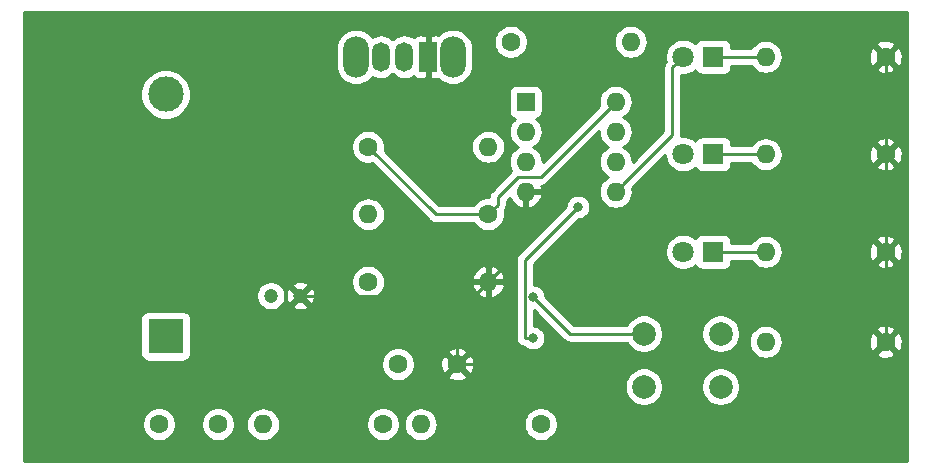
<source format=gbr>
G04 #@! TF.GenerationSoftware,KiCad,Pcbnew,(5.1.4)-1*
G04 #@! TF.CreationDate,2019-11-04T14:48:40+01:00*
G04 #@! TF.ProjectId,Soundsensor Digital,536f756e-6473-4656-9e73-6f7220446967,rev?*
G04 #@! TF.SameCoordinates,Original*
G04 #@! TF.FileFunction,Copper,L2,Bot*
G04 #@! TF.FilePolarity,Positive*
%FSLAX46Y46*%
G04 Gerber Fmt 4.6, Leading zero omitted, Abs format (unit mm)*
G04 Created by KiCad (PCBNEW (5.1.4)-1) date 2019-11-04 14:48:40*
%MOMM*%
%LPD*%
G04 APERTURE LIST*
%ADD10C,1.600000*%
%ADD11O,1.600000X1.600000*%
%ADD12C,3.000000*%
%ADD13R,3.000000X3.000000*%
%ADD14R,1.800000X1.800000*%
%ADD15C,1.800000*%
%ADD16R,1.500000X2.500000*%
%ADD17O,1.500000X2.500000*%
%ADD18O,2.200000X3.500000*%
%ADD19C,2.000000*%
%ADD20R,1.600000X1.600000*%
%ADD21C,1.200000*%
%ADD22C,0.800000*%
%ADD23C,0.250000*%
%ADD24C,0.254000*%
G04 APERTURE END LIST*
D10*
X182245000Y-113030000D03*
D11*
X172085000Y-113030000D03*
D12*
X154940000Y-102870000D03*
D13*
X154940000Y-123360000D03*
D14*
X201295000Y-99695000D03*
D15*
X198755000Y-99695000D03*
X198755000Y-116205000D03*
D14*
X201295000Y-116205000D03*
X201295000Y-107950000D03*
D15*
X198755000Y-107950000D03*
D10*
X215900000Y-99695000D03*
D11*
X205740000Y-99695000D03*
X205740000Y-116205000D03*
D10*
X215900000Y-116205000D03*
X215900000Y-107950000D03*
D11*
X205740000Y-107950000D03*
X205740000Y-123825000D03*
D10*
X215900000Y-123825000D03*
D11*
X194310000Y-98425000D03*
D10*
X184150000Y-98425000D03*
X186690000Y-130810000D03*
D11*
X176530000Y-130810000D03*
D10*
X173355000Y-130810000D03*
D11*
X163195000Y-130810000D03*
X182245000Y-107315000D03*
D10*
X172085000Y-107315000D03*
D11*
X182245000Y-118745000D03*
D10*
X172085000Y-118745000D03*
D16*
X177165000Y-99695000D03*
D17*
X175165000Y-99695000D03*
X173165000Y-99695000D03*
D18*
X179265000Y-99695000D03*
X171065000Y-99695000D03*
D19*
X201930000Y-123135000D03*
X201930000Y-127635000D03*
X195430000Y-123135000D03*
X195430000Y-127635000D03*
D20*
X185420000Y-103505000D03*
D11*
X193040000Y-111125000D03*
X185420000Y-106045000D03*
X193040000Y-108585000D03*
X185420000Y-108585000D03*
X193040000Y-106045000D03*
X185420000Y-111125000D03*
X193040000Y-103505000D03*
D10*
X154385000Y-130810000D03*
X159385000Y-130810000D03*
X174625000Y-125730000D03*
X179625000Y-125730000D03*
D21*
X166350000Y-119920000D03*
X163850000Y-119920000D03*
D22*
X186060080Y-123517660D03*
X189865000Y-112395000D03*
X189865000Y-125730000D03*
X154940000Y-107315000D03*
X154940000Y-112395000D03*
X154940000Y-116840000D03*
X146050000Y-130810000D03*
X146050000Y-99060000D03*
X194310000Y-114300000D03*
X182880000Y-123825000D03*
X167640000Y-123190000D03*
X189230000Y-104140000D03*
X180855001Y-104259999D03*
X210820000Y-99695000D03*
X210820000Y-107950000D03*
X210820000Y-116205000D03*
X210820000Y-123190000D03*
X214630000Y-131445000D03*
X165735000Y-99060000D03*
X177165000Y-115570000D03*
X186055000Y-120015000D03*
D23*
X193839999Y-110325001D02*
X193040000Y-111125000D01*
X197855001Y-106309999D02*
X193839999Y-110325001D01*
X197855001Y-100594999D02*
X197855001Y-106309999D01*
X198755000Y-99695000D02*
X197855001Y-100594999D01*
X202445000Y-99695000D02*
X205740000Y-99695000D01*
X201295000Y-99695000D02*
X202445000Y-99695000D01*
X202445000Y-116205000D02*
X205740000Y-116205000D01*
X201295000Y-116205000D02*
X202445000Y-116205000D01*
X201295000Y-107950000D02*
X205740000Y-107950000D01*
X185329999Y-123436359D02*
X185329999Y-116930001D01*
X186060080Y-123517660D02*
X185411300Y-123517660D01*
X185411300Y-123517660D02*
X185329999Y-123436359D01*
X185329999Y-116930001D02*
X189865000Y-112395000D01*
X189865000Y-112395000D02*
X189865000Y-112395000D01*
X215900000Y-99695000D02*
X215900000Y-107950000D01*
X215900000Y-107950000D02*
X215900000Y-116205000D01*
X213360000Y-125730000D02*
X189865000Y-125730000D01*
X189865000Y-125730000D02*
X179625000Y-125730000D01*
X173815000Y-119920000D02*
X166350000Y-119920000D01*
X179625000Y-125730000D02*
X173815000Y-119920000D01*
X179625000Y-121365000D02*
X182245000Y-118745000D01*
X179625000Y-125730000D02*
X179625000Y-121365000D01*
X185420000Y-115570000D02*
X185420000Y-111125000D01*
X182245000Y-118745000D02*
X185420000Y-115570000D01*
X213995000Y-125730000D02*
X213360000Y-125730000D01*
X215900000Y-123825000D02*
X213995000Y-125730000D01*
X215900000Y-116205000D02*
X215900000Y-123825000D01*
X195430000Y-123135000D02*
X189175000Y-123135000D01*
X189175000Y-123135000D02*
X186055000Y-120015000D01*
X186055000Y-120015000D02*
X186055000Y-120015000D01*
X177800000Y-113030000D02*
X182245000Y-113030000D01*
X172085000Y-107315000D02*
X177800000Y-113030000D01*
X183044999Y-112230001D02*
X183044999Y-111595001D01*
X182245000Y-113030000D02*
X183044999Y-112230001D01*
X183044999Y-111595001D02*
X184785000Y-109855000D01*
X184785000Y-109855000D02*
X186690000Y-109855000D01*
X186690000Y-109855000D02*
X193040000Y-103505000D01*
D24*
G36*
X217755001Y-133935000D02*
G01*
X142925000Y-133935000D01*
X142925000Y-130668665D01*
X152950000Y-130668665D01*
X152950000Y-130951335D01*
X153005147Y-131228574D01*
X153113320Y-131489727D01*
X153270363Y-131724759D01*
X153470241Y-131924637D01*
X153705273Y-132081680D01*
X153966426Y-132189853D01*
X154243665Y-132245000D01*
X154526335Y-132245000D01*
X154803574Y-132189853D01*
X155064727Y-132081680D01*
X155299759Y-131924637D01*
X155499637Y-131724759D01*
X155656680Y-131489727D01*
X155764853Y-131228574D01*
X155820000Y-130951335D01*
X155820000Y-130668665D01*
X157950000Y-130668665D01*
X157950000Y-130951335D01*
X158005147Y-131228574D01*
X158113320Y-131489727D01*
X158270363Y-131724759D01*
X158470241Y-131924637D01*
X158705273Y-132081680D01*
X158966426Y-132189853D01*
X159243665Y-132245000D01*
X159526335Y-132245000D01*
X159803574Y-132189853D01*
X160064727Y-132081680D01*
X160299759Y-131924637D01*
X160499637Y-131724759D01*
X160656680Y-131489727D01*
X160764853Y-131228574D01*
X160820000Y-130951335D01*
X160820000Y-130810000D01*
X161753057Y-130810000D01*
X161780764Y-131091309D01*
X161862818Y-131361808D01*
X161996068Y-131611101D01*
X162175392Y-131829608D01*
X162393899Y-132008932D01*
X162643192Y-132142182D01*
X162913691Y-132224236D01*
X163124508Y-132245000D01*
X163265492Y-132245000D01*
X163476309Y-132224236D01*
X163746808Y-132142182D01*
X163996101Y-132008932D01*
X164214608Y-131829608D01*
X164393932Y-131611101D01*
X164527182Y-131361808D01*
X164609236Y-131091309D01*
X164636943Y-130810000D01*
X164623023Y-130668665D01*
X171920000Y-130668665D01*
X171920000Y-130951335D01*
X171975147Y-131228574D01*
X172083320Y-131489727D01*
X172240363Y-131724759D01*
X172440241Y-131924637D01*
X172675273Y-132081680D01*
X172936426Y-132189853D01*
X173213665Y-132245000D01*
X173496335Y-132245000D01*
X173773574Y-132189853D01*
X174034727Y-132081680D01*
X174269759Y-131924637D01*
X174469637Y-131724759D01*
X174626680Y-131489727D01*
X174734853Y-131228574D01*
X174790000Y-130951335D01*
X174790000Y-130810000D01*
X175088057Y-130810000D01*
X175115764Y-131091309D01*
X175197818Y-131361808D01*
X175331068Y-131611101D01*
X175510392Y-131829608D01*
X175728899Y-132008932D01*
X175978192Y-132142182D01*
X176248691Y-132224236D01*
X176459508Y-132245000D01*
X176600492Y-132245000D01*
X176811309Y-132224236D01*
X177081808Y-132142182D01*
X177331101Y-132008932D01*
X177549608Y-131829608D01*
X177728932Y-131611101D01*
X177862182Y-131361808D01*
X177944236Y-131091309D01*
X177971943Y-130810000D01*
X177958023Y-130668665D01*
X185255000Y-130668665D01*
X185255000Y-130951335D01*
X185310147Y-131228574D01*
X185418320Y-131489727D01*
X185575363Y-131724759D01*
X185775241Y-131924637D01*
X186010273Y-132081680D01*
X186271426Y-132189853D01*
X186548665Y-132245000D01*
X186831335Y-132245000D01*
X187108574Y-132189853D01*
X187369727Y-132081680D01*
X187604759Y-131924637D01*
X187804637Y-131724759D01*
X187961680Y-131489727D01*
X188069853Y-131228574D01*
X188125000Y-130951335D01*
X188125000Y-130668665D01*
X188069853Y-130391426D01*
X187961680Y-130130273D01*
X187804637Y-129895241D01*
X187604759Y-129695363D01*
X187369727Y-129538320D01*
X187108574Y-129430147D01*
X186831335Y-129375000D01*
X186548665Y-129375000D01*
X186271426Y-129430147D01*
X186010273Y-129538320D01*
X185775241Y-129695363D01*
X185575363Y-129895241D01*
X185418320Y-130130273D01*
X185310147Y-130391426D01*
X185255000Y-130668665D01*
X177958023Y-130668665D01*
X177944236Y-130528691D01*
X177862182Y-130258192D01*
X177728932Y-130008899D01*
X177549608Y-129790392D01*
X177331101Y-129611068D01*
X177081808Y-129477818D01*
X176811309Y-129395764D01*
X176600492Y-129375000D01*
X176459508Y-129375000D01*
X176248691Y-129395764D01*
X175978192Y-129477818D01*
X175728899Y-129611068D01*
X175510392Y-129790392D01*
X175331068Y-130008899D01*
X175197818Y-130258192D01*
X175115764Y-130528691D01*
X175088057Y-130810000D01*
X174790000Y-130810000D01*
X174790000Y-130668665D01*
X174734853Y-130391426D01*
X174626680Y-130130273D01*
X174469637Y-129895241D01*
X174269759Y-129695363D01*
X174034727Y-129538320D01*
X173773574Y-129430147D01*
X173496335Y-129375000D01*
X173213665Y-129375000D01*
X172936426Y-129430147D01*
X172675273Y-129538320D01*
X172440241Y-129695363D01*
X172240363Y-129895241D01*
X172083320Y-130130273D01*
X171975147Y-130391426D01*
X171920000Y-130668665D01*
X164623023Y-130668665D01*
X164609236Y-130528691D01*
X164527182Y-130258192D01*
X164393932Y-130008899D01*
X164214608Y-129790392D01*
X163996101Y-129611068D01*
X163746808Y-129477818D01*
X163476309Y-129395764D01*
X163265492Y-129375000D01*
X163124508Y-129375000D01*
X162913691Y-129395764D01*
X162643192Y-129477818D01*
X162393899Y-129611068D01*
X162175392Y-129790392D01*
X161996068Y-130008899D01*
X161862818Y-130258192D01*
X161780764Y-130528691D01*
X161753057Y-130810000D01*
X160820000Y-130810000D01*
X160820000Y-130668665D01*
X160764853Y-130391426D01*
X160656680Y-130130273D01*
X160499637Y-129895241D01*
X160299759Y-129695363D01*
X160064727Y-129538320D01*
X159803574Y-129430147D01*
X159526335Y-129375000D01*
X159243665Y-129375000D01*
X158966426Y-129430147D01*
X158705273Y-129538320D01*
X158470241Y-129695363D01*
X158270363Y-129895241D01*
X158113320Y-130130273D01*
X158005147Y-130391426D01*
X157950000Y-130668665D01*
X155820000Y-130668665D01*
X155764853Y-130391426D01*
X155656680Y-130130273D01*
X155499637Y-129895241D01*
X155299759Y-129695363D01*
X155064727Y-129538320D01*
X154803574Y-129430147D01*
X154526335Y-129375000D01*
X154243665Y-129375000D01*
X153966426Y-129430147D01*
X153705273Y-129538320D01*
X153470241Y-129695363D01*
X153270363Y-129895241D01*
X153113320Y-130130273D01*
X153005147Y-130391426D01*
X152950000Y-130668665D01*
X142925000Y-130668665D01*
X142925000Y-127473967D01*
X193795000Y-127473967D01*
X193795000Y-127796033D01*
X193857832Y-128111912D01*
X193981082Y-128409463D01*
X194160013Y-128677252D01*
X194387748Y-128904987D01*
X194655537Y-129083918D01*
X194953088Y-129207168D01*
X195268967Y-129270000D01*
X195591033Y-129270000D01*
X195906912Y-129207168D01*
X196204463Y-129083918D01*
X196472252Y-128904987D01*
X196699987Y-128677252D01*
X196878918Y-128409463D01*
X197002168Y-128111912D01*
X197065000Y-127796033D01*
X197065000Y-127473967D01*
X200295000Y-127473967D01*
X200295000Y-127796033D01*
X200357832Y-128111912D01*
X200481082Y-128409463D01*
X200660013Y-128677252D01*
X200887748Y-128904987D01*
X201155537Y-129083918D01*
X201453088Y-129207168D01*
X201768967Y-129270000D01*
X202091033Y-129270000D01*
X202406912Y-129207168D01*
X202704463Y-129083918D01*
X202972252Y-128904987D01*
X203199987Y-128677252D01*
X203378918Y-128409463D01*
X203502168Y-128111912D01*
X203565000Y-127796033D01*
X203565000Y-127473967D01*
X203502168Y-127158088D01*
X203378918Y-126860537D01*
X203199987Y-126592748D01*
X202972252Y-126365013D01*
X202704463Y-126186082D01*
X202406912Y-126062832D01*
X202091033Y-126000000D01*
X201768967Y-126000000D01*
X201453088Y-126062832D01*
X201155537Y-126186082D01*
X200887748Y-126365013D01*
X200660013Y-126592748D01*
X200481082Y-126860537D01*
X200357832Y-127158088D01*
X200295000Y-127473967D01*
X197065000Y-127473967D01*
X197002168Y-127158088D01*
X196878918Y-126860537D01*
X196699987Y-126592748D01*
X196472252Y-126365013D01*
X196204463Y-126186082D01*
X195906912Y-126062832D01*
X195591033Y-126000000D01*
X195268967Y-126000000D01*
X194953088Y-126062832D01*
X194655537Y-126186082D01*
X194387748Y-126365013D01*
X194160013Y-126592748D01*
X193981082Y-126860537D01*
X193857832Y-127158088D01*
X193795000Y-127473967D01*
X142925000Y-127473967D01*
X142925000Y-125588665D01*
X173190000Y-125588665D01*
X173190000Y-125871335D01*
X173245147Y-126148574D01*
X173353320Y-126409727D01*
X173510363Y-126644759D01*
X173710241Y-126844637D01*
X173945273Y-127001680D01*
X174206426Y-127109853D01*
X174483665Y-127165000D01*
X174766335Y-127165000D01*
X175043574Y-127109853D01*
X175304727Y-127001680D01*
X175539759Y-126844637D01*
X175661694Y-126722702D01*
X178811903Y-126722702D01*
X178883486Y-126966671D01*
X179138996Y-127087571D01*
X179413184Y-127156300D01*
X179695512Y-127170217D01*
X179975130Y-127128787D01*
X180241292Y-127033603D01*
X180366514Y-126966671D01*
X180438097Y-126722702D01*
X179625000Y-125909605D01*
X178811903Y-126722702D01*
X175661694Y-126722702D01*
X175739637Y-126644759D01*
X175896680Y-126409727D01*
X176004853Y-126148574D01*
X176060000Y-125871335D01*
X176060000Y-125800512D01*
X178184783Y-125800512D01*
X178226213Y-126080130D01*
X178321397Y-126346292D01*
X178388329Y-126471514D01*
X178632298Y-126543097D01*
X179445395Y-125730000D01*
X179804605Y-125730000D01*
X180617702Y-126543097D01*
X180861671Y-126471514D01*
X180982571Y-126216004D01*
X181051300Y-125941816D01*
X181065217Y-125659488D01*
X181023787Y-125379870D01*
X180928603Y-125113708D01*
X180861671Y-124988486D01*
X180617702Y-124916903D01*
X179804605Y-125730000D01*
X179445395Y-125730000D01*
X178632298Y-124916903D01*
X178388329Y-124988486D01*
X178267429Y-125243996D01*
X178198700Y-125518184D01*
X178184783Y-125800512D01*
X176060000Y-125800512D01*
X176060000Y-125588665D01*
X176004853Y-125311426D01*
X175896680Y-125050273D01*
X175739637Y-124815241D01*
X175661694Y-124737298D01*
X178811903Y-124737298D01*
X179625000Y-125550395D01*
X180438097Y-124737298D01*
X180366514Y-124493329D01*
X180111004Y-124372429D01*
X179836816Y-124303700D01*
X179554488Y-124289783D01*
X179274870Y-124331213D01*
X179008708Y-124426397D01*
X178883486Y-124493329D01*
X178811903Y-124737298D01*
X175661694Y-124737298D01*
X175539759Y-124615363D01*
X175304727Y-124458320D01*
X175043574Y-124350147D01*
X174766335Y-124295000D01*
X174483665Y-124295000D01*
X174206426Y-124350147D01*
X173945273Y-124458320D01*
X173710241Y-124615363D01*
X173510363Y-124815241D01*
X173353320Y-125050273D01*
X173245147Y-125311426D01*
X173190000Y-125588665D01*
X142925000Y-125588665D01*
X142925000Y-121860000D01*
X152801928Y-121860000D01*
X152801928Y-124860000D01*
X152814188Y-124984482D01*
X152850498Y-125104180D01*
X152909463Y-125214494D01*
X152988815Y-125311185D01*
X153085506Y-125390537D01*
X153195820Y-125449502D01*
X153315518Y-125485812D01*
X153440000Y-125498072D01*
X156440000Y-125498072D01*
X156564482Y-125485812D01*
X156684180Y-125449502D01*
X156794494Y-125390537D01*
X156891185Y-125311185D01*
X156970537Y-125214494D01*
X157029502Y-125104180D01*
X157065812Y-124984482D01*
X157078072Y-124860000D01*
X157078072Y-121860000D01*
X157065812Y-121735518D01*
X157029502Y-121615820D01*
X156970537Y-121505506D01*
X156891185Y-121408815D01*
X156794494Y-121329463D01*
X156684180Y-121270498D01*
X156564482Y-121234188D01*
X156440000Y-121221928D01*
X153440000Y-121221928D01*
X153315518Y-121234188D01*
X153195820Y-121270498D01*
X153085506Y-121329463D01*
X152988815Y-121408815D01*
X152909463Y-121505506D01*
X152850498Y-121615820D01*
X152814188Y-121735518D01*
X152801928Y-121860000D01*
X142925000Y-121860000D01*
X142925000Y-119798363D01*
X162615000Y-119798363D01*
X162615000Y-120041637D01*
X162662460Y-120280236D01*
X162755557Y-120504992D01*
X162890713Y-120707267D01*
X163062733Y-120879287D01*
X163265008Y-121014443D01*
X163489764Y-121107540D01*
X163728363Y-121155000D01*
X163971637Y-121155000D01*
X164210236Y-121107540D01*
X164434992Y-121014443D01*
X164637267Y-120879287D01*
X164746790Y-120769764D01*
X165679841Y-120769764D01*
X165727148Y-120993348D01*
X165948516Y-121094237D01*
X166185313Y-121150000D01*
X166428438Y-121158495D01*
X166668549Y-121119395D01*
X166896418Y-121034202D01*
X166972852Y-120993348D01*
X167020159Y-120769764D01*
X166350000Y-120099605D01*
X165679841Y-120769764D01*
X164746790Y-120769764D01*
X164809287Y-120707267D01*
X164944443Y-120504992D01*
X165037540Y-120280236D01*
X165085000Y-120041637D01*
X165085000Y-119998438D01*
X165111505Y-119998438D01*
X165150605Y-120238549D01*
X165235798Y-120466418D01*
X165276652Y-120542852D01*
X165500236Y-120590159D01*
X166170395Y-119920000D01*
X166529605Y-119920000D01*
X167199764Y-120590159D01*
X167423348Y-120542852D01*
X167524237Y-120321484D01*
X167580000Y-120084687D01*
X167588495Y-119841562D01*
X167549395Y-119601451D01*
X167464202Y-119373582D01*
X167423348Y-119297148D01*
X167199764Y-119249841D01*
X166529605Y-119920000D01*
X166170395Y-119920000D01*
X165500236Y-119249841D01*
X165276652Y-119297148D01*
X165175763Y-119518516D01*
X165120000Y-119755313D01*
X165111505Y-119998438D01*
X165085000Y-119998438D01*
X165085000Y-119798363D01*
X165037540Y-119559764D01*
X164944443Y-119335008D01*
X164809287Y-119132733D01*
X164746790Y-119070236D01*
X165679841Y-119070236D01*
X166350000Y-119740395D01*
X167020159Y-119070236D01*
X166972852Y-118846652D01*
X166751484Y-118745763D01*
X166514687Y-118690000D01*
X166271562Y-118681505D01*
X166031451Y-118720605D01*
X165803582Y-118805798D01*
X165727148Y-118846652D01*
X165679841Y-119070236D01*
X164746790Y-119070236D01*
X164637267Y-118960713D01*
X164434992Y-118825557D01*
X164210236Y-118732460D01*
X163971637Y-118685000D01*
X163728363Y-118685000D01*
X163489764Y-118732460D01*
X163265008Y-118825557D01*
X163062733Y-118960713D01*
X162890713Y-119132733D01*
X162755557Y-119335008D01*
X162662460Y-119559764D01*
X162615000Y-119798363D01*
X142925000Y-119798363D01*
X142925000Y-118603665D01*
X170650000Y-118603665D01*
X170650000Y-118886335D01*
X170705147Y-119163574D01*
X170813320Y-119424727D01*
X170970363Y-119659759D01*
X171170241Y-119859637D01*
X171405273Y-120016680D01*
X171666426Y-120124853D01*
X171943665Y-120180000D01*
X172226335Y-120180000D01*
X172503574Y-120124853D01*
X172764727Y-120016680D01*
X172999759Y-119859637D01*
X173199637Y-119659759D01*
X173356680Y-119424727D01*
X173464853Y-119163574D01*
X173478684Y-119094039D01*
X180853096Y-119094039D01*
X180893754Y-119228087D01*
X181013963Y-119482420D01*
X181181481Y-119708414D01*
X181389869Y-119897385D01*
X181631119Y-120042070D01*
X181895960Y-120136909D01*
X182118000Y-120015624D01*
X182118000Y-118872000D01*
X182372000Y-118872000D01*
X182372000Y-120015624D01*
X182594040Y-120136909D01*
X182858881Y-120042070D01*
X183100131Y-119897385D01*
X183308519Y-119708414D01*
X183476037Y-119482420D01*
X183596246Y-119228087D01*
X183636904Y-119094039D01*
X183514915Y-118872000D01*
X182372000Y-118872000D01*
X182118000Y-118872000D01*
X180975085Y-118872000D01*
X180853096Y-119094039D01*
X173478684Y-119094039D01*
X173520000Y-118886335D01*
X173520000Y-118603665D01*
X173478685Y-118395961D01*
X180853096Y-118395961D01*
X180975085Y-118618000D01*
X182118000Y-118618000D01*
X182118000Y-117474376D01*
X182372000Y-117474376D01*
X182372000Y-118618000D01*
X183514915Y-118618000D01*
X183636904Y-118395961D01*
X183596246Y-118261913D01*
X183476037Y-118007580D01*
X183308519Y-117781586D01*
X183100131Y-117592615D01*
X182858881Y-117447930D01*
X182594040Y-117353091D01*
X182372000Y-117474376D01*
X182118000Y-117474376D01*
X181895960Y-117353091D01*
X181631119Y-117447930D01*
X181389869Y-117592615D01*
X181181481Y-117781586D01*
X181013963Y-118007580D01*
X180893754Y-118261913D01*
X180853096Y-118395961D01*
X173478685Y-118395961D01*
X173464853Y-118326426D01*
X173356680Y-118065273D01*
X173199637Y-117830241D01*
X172999759Y-117630363D01*
X172764727Y-117473320D01*
X172503574Y-117365147D01*
X172226335Y-117310000D01*
X171943665Y-117310000D01*
X171666426Y-117365147D01*
X171405273Y-117473320D01*
X171170241Y-117630363D01*
X170970363Y-117830241D01*
X170813320Y-118065273D01*
X170705147Y-118326426D01*
X170650000Y-118603665D01*
X142925000Y-118603665D01*
X142925000Y-116930001D01*
X184566323Y-116930001D01*
X184570000Y-116967333D01*
X184569999Y-123399036D01*
X184566323Y-123436359D01*
X184569999Y-123473681D01*
X184569999Y-123473691D01*
X184580996Y-123585344D01*
X184608193Y-123675001D01*
X184624453Y-123728605D01*
X184695025Y-123860635D01*
X184714202Y-123884002D01*
X184789998Y-123976360D01*
X184819002Y-124000163D01*
X184847496Y-124028657D01*
X184871299Y-124057661D01*
X184987024Y-124152634D01*
X185119053Y-124223206D01*
X185262314Y-124266663D01*
X185354446Y-124275737D01*
X185400306Y-124321597D01*
X185569824Y-124434865D01*
X185758182Y-124512886D01*
X185958141Y-124552660D01*
X186162019Y-124552660D01*
X186361978Y-124512886D01*
X186550336Y-124434865D01*
X186719854Y-124321597D01*
X186864017Y-124177434D01*
X186977285Y-124007916D01*
X187055306Y-123819558D01*
X187095080Y-123619599D01*
X187095080Y-123415721D01*
X187055306Y-123215762D01*
X186977285Y-123027404D01*
X186864017Y-122857886D01*
X186719854Y-122713723D01*
X186550336Y-122600455D01*
X186361978Y-122522434D01*
X186162019Y-122482660D01*
X186089999Y-122482660D01*
X186089999Y-121124800D01*
X188611201Y-123646003D01*
X188634999Y-123675001D01*
X188750724Y-123769974D01*
X188882753Y-123840546D01*
X189026014Y-123884003D01*
X189137667Y-123895000D01*
X189137676Y-123895000D01*
X189174999Y-123898676D01*
X189212322Y-123895000D01*
X193975091Y-123895000D01*
X193981082Y-123909463D01*
X194160013Y-124177252D01*
X194387748Y-124404987D01*
X194655537Y-124583918D01*
X194953088Y-124707168D01*
X195268967Y-124770000D01*
X195591033Y-124770000D01*
X195906912Y-124707168D01*
X196204463Y-124583918D01*
X196472252Y-124404987D01*
X196699987Y-124177252D01*
X196878918Y-123909463D01*
X197002168Y-123611912D01*
X197065000Y-123296033D01*
X197065000Y-122973967D01*
X200295000Y-122973967D01*
X200295000Y-123296033D01*
X200357832Y-123611912D01*
X200481082Y-123909463D01*
X200660013Y-124177252D01*
X200887748Y-124404987D01*
X201155537Y-124583918D01*
X201453088Y-124707168D01*
X201768967Y-124770000D01*
X202091033Y-124770000D01*
X202406912Y-124707168D01*
X202704463Y-124583918D01*
X202972252Y-124404987D01*
X203199987Y-124177252D01*
X203378918Y-123909463D01*
X203413903Y-123825000D01*
X204298057Y-123825000D01*
X204325764Y-124106309D01*
X204407818Y-124376808D01*
X204541068Y-124626101D01*
X204720392Y-124844608D01*
X204938899Y-125023932D01*
X205188192Y-125157182D01*
X205458691Y-125239236D01*
X205669508Y-125260000D01*
X205810492Y-125260000D01*
X206021309Y-125239236D01*
X206291808Y-125157182D01*
X206541101Y-125023932D01*
X206759608Y-124844608D01*
X206781689Y-124817702D01*
X215086903Y-124817702D01*
X215158486Y-125061671D01*
X215413996Y-125182571D01*
X215688184Y-125251300D01*
X215970512Y-125265217D01*
X216250130Y-125223787D01*
X216516292Y-125128603D01*
X216641514Y-125061671D01*
X216713097Y-124817702D01*
X215900000Y-124004605D01*
X215086903Y-124817702D01*
X206781689Y-124817702D01*
X206938932Y-124626101D01*
X207072182Y-124376808D01*
X207154236Y-124106309D01*
X207174998Y-123895512D01*
X214459783Y-123895512D01*
X214501213Y-124175130D01*
X214596397Y-124441292D01*
X214663329Y-124566514D01*
X214907298Y-124638097D01*
X215720395Y-123825000D01*
X216079605Y-123825000D01*
X216892702Y-124638097D01*
X217136671Y-124566514D01*
X217257571Y-124311004D01*
X217326300Y-124036816D01*
X217340217Y-123754488D01*
X217298787Y-123474870D01*
X217203603Y-123208708D01*
X217136671Y-123083486D01*
X216892702Y-123011903D01*
X216079605Y-123825000D01*
X215720395Y-123825000D01*
X214907298Y-123011903D01*
X214663329Y-123083486D01*
X214542429Y-123338996D01*
X214473700Y-123613184D01*
X214459783Y-123895512D01*
X207174998Y-123895512D01*
X207181943Y-123825000D01*
X207154236Y-123543691D01*
X207072182Y-123273192D01*
X206938932Y-123023899D01*
X206781690Y-122832298D01*
X215086903Y-122832298D01*
X215900000Y-123645395D01*
X216713097Y-122832298D01*
X216641514Y-122588329D01*
X216386004Y-122467429D01*
X216111816Y-122398700D01*
X215829488Y-122384783D01*
X215549870Y-122426213D01*
X215283708Y-122521397D01*
X215158486Y-122588329D01*
X215086903Y-122832298D01*
X206781690Y-122832298D01*
X206759608Y-122805392D01*
X206541101Y-122626068D01*
X206291808Y-122492818D01*
X206021309Y-122410764D01*
X205810492Y-122390000D01*
X205669508Y-122390000D01*
X205458691Y-122410764D01*
X205188192Y-122492818D01*
X204938899Y-122626068D01*
X204720392Y-122805392D01*
X204541068Y-123023899D01*
X204407818Y-123273192D01*
X204325764Y-123543691D01*
X204298057Y-123825000D01*
X203413903Y-123825000D01*
X203502168Y-123611912D01*
X203565000Y-123296033D01*
X203565000Y-122973967D01*
X203502168Y-122658088D01*
X203378918Y-122360537D01*
X203199987Y-122092748D01*
X202972252Y-121865013D01*
X202704463Y-121686082D01*
X202406912Y-121562832D01*
X202091033Y-121500000D01*
X201768967Y-121500000D01*
X201453088Y-121562832D01*
X201155537Y-121686082D01*
X200887748Y-121865013D01*
X200660013Y-122092748D01*
X200481082Y-122360537D01*
X200357832Y-122658088D01*
X200295000Y-122973967D01*
X197065000Y-122973967D01*
X197002168Y-122658088D01*
X196878918Y-122360537D01*
X196699987Y-122092748D01*
X196472252Y-121865013D01*
X196204463Y-121686082D01*
X195906912Y-121562832D01*
X195591033Y-121500000D01*
X195268967Y-121500000D01*
X194953088Y-121562832D01*
X194655537Y-121686082D01*
X194387748Y-121865013D01*
X194160013Y-122092748D01*
X193981082Y-122360537D01*
X193975091Y-122375000D01*
X189489802Y-122375000D01*
X187090000Y-119975199D01*
X187090000Y-119913061D01*
X187050226Y-119713102D01*
X186972205Y-119524744D01*
X186858937Y-119355226D01*
X186714774Y-119211063D01*
X186545256Y-119097795D01*
X186356898Y-119019774D01*
X186156939Y-118980000D01*
X186089999Y-118980000D01*
X186089999Y-117244802D01*
X187280985Y-116053816D01*
X197220000Y-116053816D01*
X197220000Y-116356184D01*
X197278989Y-116652743D01*
X197394701Y-116932095D01*
X197562688Y-117183505D01*
X197776495Y-117397312D01*
X198027905Y-117565299D01*
X198307257Y-117681011D01*
X198603816Y-117740000D01*
X198906184Y-117740000D01*
X199202743Y-117681011D01*
X199482095Y-117565299D01*
X199733505Y-117397312D01*
X199799944Y-117330873D01*
X199805498Y-117349180D01*
X199864463Y-117459494D01*
X199943815Y-117556185D01*
X200040506Y-117635537D01*
X200150820Y-117694502D01*
X200270518Y-117730812D01*
X200395000Y-117743072D01*
X202195000Y-117743072D01*
X202319482Y-117730812D01*
X202439180Y-117694502D01*
X202549494Y-117635537D01*
X202646185Y-117556185D01*
X202725537Y-117459494D01*
X202784502Y-117349180D01*
X202820812Y-117229482D01*
X202833072Y-117105000D01*
X202833072Y-116965000D01*
X204519099Y-116965000D01*
X204541068Y-117006101D01*
X204720392Y-117224608D01*
X204938899Y-117403932D01*
X205188192Y-117537182D01*
X205458691Y-117619236D01*
X205669508Y-117640000D01*
X205810492Y-117640000D01*
X206021309Y-117619236D01*
X206291808Y-117537182D01*
X206541101Y-117403932D01*
X206759608Y-117224608D01*
X206781689Y-117197702D01*
X215086903Y-117197702D01*
X215158486Y-117441671D01*
X215413996Y-117562571D01*
X215688184Y-117631300D01*
X215970512Y-117645217D01*
X216250130Y-117603787D01*
X216516292Y-117508603D01*
X216641514Y-117441671D01*
X216713097Y-117197702D01*
X215900000Y-116384605D01*
X215086903Y-117197702D01*
X206781689Y-117197702D01*
X206938932Y-117006101D01*
X207072182Y-116756808D01*
X207154236Y-116486309D01*
X207174998Y-116275512D01*
X214459783Y-116275512D01*
X214501213Y-116555130D01*
X214596397Y-116821292D01*
X214663329Y-116946514D01*
X214907298Y-117018097D01*
X215720395Y-116205000D01*
X216079605Y-116205000D01*
X216892702Y-117018097D01*
X217136671Y-116946514D01*
X217257571Y-116691004D01*
X217326300Y-116416816D01*
X217340217Y-116134488D01*
X217298787Y-115854870D01*
X217203603Y-115588708D01*
X217136671Y-115463486D01*
X216892702Y-115391903D01*
X216079605Y-116205000D01*
X215720395Y-116205000D01*
X214907298Y-115391903D01*
X214663329Y-115463486D01*
X214542429Y-115718996D01*
X214473700Y-115993184D01*
X214459783Y-116275512D01*
X207174998Y-116275512D01*
X207181943Y-116205000D01*
X207154236Y-115923691D01*
X207072182Y-115653192D01*
X206938932Y-115403899D01*
X206781690Y-115212298D01*
X215086903Y-115212298D01*
X215900000Y-116025395D01*
X216713097Y-115212298D01*
X216641514Y-114968329D01*
X216386004Y-114847429D01*
X216111816Y-114778700D01*
X215829488Y-114764783D01*
X215549870Y-114806213D01*
X215283708Y-114901397D01*
X215158486Y-114968329D01*
X215086903Y-115212298D01*
X206781690Y-115212298D01*
X206759608Y-115185392D01*
X206541101Y-115006068D01*
X206291808Y-114872818D01*
X206021309Y-114790764D01*
X205810492Y-114770000D01*
X205669508Y-114770000D01*
X205458691Y-114790764D01*
X205188192Y-114872818D01*
X204938899Y-115006068D01*
X204720392Y-115185392D01*
X204541068Y-115403899D01*
X204519099Y-115445000D01*
X202833072Y-115445000D01*
X202833072Y-115305000D01*
X202820812Y-115180518D01*
X202784502Y-115060820D01*
X202725537Y-114950506D01*
X202646185Y-114853815D01*
X202549494Y-114774463D01*
X202439180Y-114715498D01*
X202319482Y-114679188D01*
X202195000Y-114666928D01*
X200395000Y-114666928D01*
X200270518Y-114679188D01*
X200150820Y-114715498D01*
X200040506Y-114774463D01*
X199943815Y-114853815D01*
X199864463Y-114950506D01*
X199805498Y-115060820D01*
X199799944Y-115079127D01*
X199733505Y-115012688D01*
X199482095Y-114844701D01*
X199202743Y-114728989D01*
X198906184Y-114670000D01*
X198603816Y-114670000D01*
X198307257Y-114728989D01*
X198027905Y-114844701D01*
X197776495Y-115012688D01*
X197562688Y-115226495D01*
X197394701Y-115477905D01*
X197278989Y-115757257D01*
X197220000Y-116053816D01*
X187280985Y-116053816D01*
X189904802Y-113430000D01*
X189966939Y-113430000D01*
X190166898Y-113390226D01*
X190355256Y-113312205D01*
X190524774Y-113198937D01*
X190668937Y-113054774D01*
X190782205Y-112885256D01*
X190860226Y-112696898D01*
X190900000Y-112496939D01*
X190900000Y-112293061D01*
X190860226Y-112093102D01*
X190782205Y-111904744D01*
X190668937Y-111735226D01*
X190524774Y-111591063D01*
X190355256Y-111477795D01*
X190166898Y-111399774D01*
X189966939Y-111360000D01*
X189763061Y-111360000D01*
X189563102Y-111399774D01*
X189374744Y-111477795D01*
X189205226Y-111591063D01*
X189061063Y-111735226D01*
X188947795Y-111904744D01*
X188869774Y-112093102D01*
X188830000Y-112293061D01*
X188830000Y-112355198D01*
X184818997Y-116366202D01*
X184789999Y-116390000D01*
X184766201Y-116418998D01*
X184766200Y-116418999D01*
X184695025Y-116505725D01*
X184624453Y-116637755D01*
X184580997Y-116781016D01*
X184566323Y-116930001D01*
X142925000Y-116930001D01*
X142925000Y-113030000D01*
X170643057Y-113030000D01*
X170670764Y-113311309D01*
X170752818Y-113581808D01*
X170886068Y-113831101D01*
X171065392Y-114049608D01*
X171283899Y-114228932D01*
X171533192Y-114362182D01*
X171803691Y-114444236D01*
X172014508Y-114465000D01*
X172155492Y-114465000D01*
X172366309Y-114444236D01*
X172636808Y-114362182D01*
X172886101Y-114228932D01*
X173104608Y-114049608D01*
X173283932Y-113831101D01*
X173417182Y-113581808D01*
X173499236Y-113311309D01*
X173526943Y-113030000D01*
X173499236Y-112748691D01*
X173417182Y-112478192D01*
X173283932Y-112228899D01*
X173104608Y-112010392D01*
X172886101Y-111831068D01*
X172636808Y-111697818D01*
X172366309Y-111615764D01*
X172155492Y-111595000D01*
X172014508Y-111595000D01*
X171803691Y-111615764D01*
X171533192Y-111697818D01*
X171283899Y-111831068D01*
X171065392Y-112010392D01*
X170886068Y-112228899D01*
X170752818Y-112478192D01*
X170670764Y-112748691D01*
X170643057Y-113030000D01*
X142925000Y-113030000D01*
X142925000Y-107173665D01*
X170650000Y-107173665D01*
X170650000Y-107456335D01*
X170705147Y-107733574D01*
X170813320Y-107994727D01*
X170970363Y-108229759D01*
X171170241Y-108429637D01*
X171405273Y-108586680D01*
X171666426Y-108694853D01*
X171943665Y-108750000D01*
X172226335Y-108750000D01*
X172408887Y-108713688D01*
X177236201Y-113541003D01*
X177259999Y-113570001D01*
X177288997Y-113593799D01*
X177375724Y-113664974D01*
X177507753Y-113735546D01*
X177651014Y-113779003D01*
X177800000Y-113793677D01*
X177837333Y-113790000D01*
X181026957Y-113790000D01*
X181130363Y-113944759D01*
X181330241Y-114144637D01*
X181565273Y-114301680D01*
X181826426Y-114409853D01*
X182103665Y-114465000D01*
X182386335Y-114465000D01*
X182663574Y-114409853D01*
X182924727Y-114301680D01*
X183159759Y-114144637D01*
X183359637Y-113944759D01*
X183516680Y-113709727D01*
X183624853Y-113448574D01*
X183680000Y-113171335D01*
X183680000Y-112888665D01*
X183642467Y-112699978D01*
X183679972Y-112654278D01*
X183679973Y-112654277D01*
X183750545Y-112522248D01*
X183794002Y-112378987D01*
X183804999Y-112267334D01*
X183804999Y-112267325D01*
X183808675Y-112230002D01*
X183804999Y-112192679D01*
X183804999Y-111909802D01*
X184080937Y-111633864D01*
X184188963Y-111862420D01*
X184356481Y-112088414D01*
X184564869Y-112277385D01*
X184806119Y-112422070D01*
X185070960Y-112516909D01*
X185293000Y-112395624D01*
X185293000Y-111252000D01*
X185547000Y-111252000D01*
X185547000Y-112395624D01*
X185769040Y-112516909D01*
X186033881Y-112422070D01*
X186275131Y-112277385D01*
X186483519Y-112088414D01*
X186651037Y-111862420D01*
X186771246Y-111608087D01*
X186811904Y-111474039D01*
X186689915Y-111252000D01*
X185547000Y-111252000D01*
X185293000Y-111252000D01*
X185273000Y-111252000D01*
X185273000Y-110998000D01*
X185293000Y-110998000D01*
X185293000Y-110978000D01*
X185547000Y-110978000D01*
X185547000Y-110998000D01*
X186689915Y-110998000D01*
X186811904Y-110775961D01*
X186771246Y-110641913D01*
X186757138Y-110612064D01*
X186838986Y-110604003D01*
X186982247Y-110560546D01*
X187114276Y-110489974D01*
X187230001Y-110395001D01*
X187253804Y-110365997D01*
X191600598Y-106019204D01*
X191598057Y-106045000D01*
X191625764Y-106326309D01*
X191707818Y-106596808D01*
X191841068Y-106846101D01*
X192020392Y-107064608D01*
X192238899Y-107243932D01*
X192371858Y-107315000D01*
X192238899Y-107386068D01*
X192020392Y-107565392D01*
X191841068Y-107783899D01*
X191707818Y-108033192D01*
X191625764Y-108303691D01*
X191598057Y-108585000D01*
X191625764Y-108866309D01*
X191707818Y-109136808D01*
X191841068Y-109386101D01*
X192020392Y-109604608D01*
X192238899Y-109783932D01*
X192371858Y-109855000D01*
X192238899Y-109926068D01*
X192020392Y-110105392D01*
X191841068Y-110323899D01*
X191707818Y-110573192D01*
X191625764Y-110843691D01*
X191598057Y-111125000D01*
X191625764Y-111406309D01*
X191707818Y-111676808D01*
X191841068Y-111926101D01*
X192020392Y-112144608D01*
X192238899Y-112323932D01*
X192488192Y-112457182D01*
X192758691Y-112539236D01*
X192969508Y-112560000D01*
X193110492Y-112560000D01*
X193321309Y-112539236D01*
X193591808Y-112457182D01*
X193841101Y-112323932D01*
X194059608Y-112144608D01*
X194238932Y-111926101D01*
X194372182Y-111676808D01*
X194454236Y-111406309D01*
X194481943Y-111125000D01*
X194454236Y-110843691D01*
X194440708Y-110799093D01*
X197220000Y-108019802D01*
X197220000Y-108101184D01*
X197278989Y-108397743D01*
X197394701Y-108677095D01*
X197562688Y-108928505D01*
X197776495Y-109142312D01*
X198027905Y-109310299D01*
X198307257Y-109426011D01*
X198603816Y-109485000D01*
X198906184Y-109485000D01*
X199202743Y-109426011D01*
X199482095Y-109310299D01*
X199733505Y-109142312D01*
X199799944Y-109075873D01*
X199805498Y-109094180D01*
X199864463Y-109204494D01*
X199943815Y-109301185D01*
X200040506Y-109380537D01*
X200150820Y-109439502D01*
X200270518Y-109475812D01*
X200395000Y-109488072D01*
X202195000Y-109488072D01*
X202319482Y-109475812D01*
X202439180Y-109439502D01*
X202549494Y-109380537D01*
X202646185Y-109301185D01*
X202725537Y-109204494D01*
X202784502Y-109094180D01*
X202820812Y-108974482D01*
X202833072Y-108850000D01*
X202833072Y-108710000D01*
X204519099Y-108710000D01*
X204541068Y-108751101D01*
X204720392Y-108969608D01*
X204938899Y-109148932D01*
X205188192Y-109282182D01*
X205458691Y-109364236D01*
X205669508Y-109385000D01*
X205810492Y-109385000D01*
X206021309Y-109364236D01*
X206291808Y-109282182D01*
X206541101Y-109148932D01*
X206759608Y-108969608D01*
X206781689Y-108942702D01*
X215086903Y-108942702D01*
X215158486Y-109186671D01*
X215413996Y-109307571D01*
X215688184Y-109376300D01*
X215970512Y-109390217D01*
X216250130Y-109348787D01*
X216516292Y-109253603D01*
X216641514Y-109186671D01*
X216713097Y-108942702D01*
X215900000Y-108129605D01*
X215086903Y-108942702D01*
X206781689Y-108942702D01*
X206938932Y-108751101D01*
X207072182Y-108501808D01*
X207154236Y-108231309D01*
X207174998Y-108020512D01*
X214459783Y-108020512D01*
X214501213Y-108300130D01*
X214596397Y-108566292D01*
X214663329Y-108691514D01*
X214907298Y-108763097D01*
X215720395Y-107950000D01*
X216079605Y-107950000D01*
X216892702Y-108763097D01*
X217136671Y-108691514D01*
X217257571Y-108436004D01*
X217326300Y-108161816D01*
X217340217Y-107879488D01*
X217298787Y-107599870D01*
X217203603Y-107333708D01*
X217136671Y-107208486D01*
X216892702Y-107136903D01*
X216079605Y-107950000D01*
X215720395Y-107950000D01*
X214907298Y-107136903D01*
X214663329Y-107208486D01*
X214542429Y-107463996D01*
X214473700Y-107738184D01*
X214459783Y-108020512D01*
X207174998Y-108020512D01*
X207181943Y-107950000D01*
X207154236Y-107668691D01*
X207072182Y-107398192D01*
X206938932Y-107148899D01*
X206781690Y-106957298D01*
X215086903Y-106957298D01*
X215900000Y-107770395D01*
X216713097Y-106957298D01*
X216641514Y-106713329D01*
X216386004Y-106592429D01*
X216111816Y-106523700D01*
X215829488Y-106509783D01*
X215549870Y-106551213D01*
X215283708Y-106646397D01*
X215158486Y-106713329D01*
X215086903Y-106957298D01*
X206781690Y-106957298D01*
X206759608Y-106930392D01*
X206541101Y-106751068D01*
X206291808Y-106617818D01*
X206021309Y-106535764D01*
X205810492Y-106515000D01*
X205669508Y-106515000D01*
X205458691Y-106535764D01*
X205188192Y-106617818D01*
X204938899Y-106751068D01*
X204720392Y-106930392D01*
X204541068Y-107148899D01*
X204519099Y-107190000D01*
X202833072Y-107190000D01*
X202833072Y-107050000D01*
X202820812Y-106925518D01*
X202784502Y-106805820D01*
X202725537Y-106695506D01*
X202646185Y-106598815D01*
X202549494Y-106519463D01*
X202439180Y-106460498D01*
X202319482Y-106424188D01*
X202195000Y-106411928D01*
X200395000Y-106411928D01*
X200270518Y-106424188D01*
X200150820Y-106460498D01*
X200040506Y-106519463D01*
X199943815Y-106598815D01*
X199864463Y-106695506D01*
X199805498Y-106805820D01*
X199799944Y-106824127D01*
X199733505Y-106757688D01*
X199482095Y-106589701D01*
X199202743Y-106473989D01*
X198906184Y-106415000D01*
X198608336Y-106415000D01*
X198615001Y-106347332D01*
X198615001Y-106347323D01*
X198618677Y-106310000D01*
X198615001Y-106272677D01*
X198615001Y-101230000D01*
X198906184Y-101230000D01*
X199202743Y-101171011D01*
X199482095Y-101055299D01*
X199733505Y-100887312D01*
X199799944Y-100820873D01*
X199805498Y-100839180D01*
X199864463Y-100949494D01*
X199943815Y-101046185D01*
X200040506Y-101125537D01*
X200150820Y-101184502D01*
X200270518Y-101220812D01*
X200395000Y-101233072D01*
X202195000Y-101233072D01*
X202319482Y-101220812D01*
X202439180Y-101184502D01*
X202549494Y-101125537D01*
X202646185Y-101046185D01*
X202725537Y-100949494D01*
X202784502Y-100839180D01*
X202820812Y-100719482D01*
X202833072Y-100595000D01*
X202833072Y-100455000D01*
X204519099Y-100455000D01*
X204541068Y-100496101D01*
X204720392Y-100714608D01*
X204938899Y-100893932D01*
X205188192Y-101027182D01*
X205458691Y-101109236D01*
X205669508Y-101130000D01*
X205810492Y-101130000D01*
X206021309Y-101109236D01*
X206291808Y-101027182D01*
X206541101Y-100893932D01*
X206759608Y-100714608D01*
X206781689Y-100687702D01*
X215086903Y-100687702D01*
X215158486Y-100931671D01*
X215413996Y-101052571D01*
X215688184Y-101121300D01*
X215970512Y-101135217D01*
X216250130Y-101093787D01*
X216516292Y-100998603D01*
X216641514Y-100931671D01*
X216713097Y-100687702D01*
X215900000Y-99874605D01*
X215086903Y-100687702D01*
X206781689Y-100687702D01*
X206938932Y-100496101D01*
X207072182Y-100246808D01*
X207154236Y-99976309D01*
X207174998Y-99765512D01*
X214459783Y-99765512D01*
X214501213Y-100045130D01*
X214596397Y-100311292D01*
X214663329Y-100436514D01*
X214907298Y-100508097D01*
X215720395Y-99695000D01*
X216079605Y-99695000D01*
X216892702Y-100508097D01*
X217136671Y-100436514D01*
X217257571Y-100181004D01*
X217326300Y-99906816D01*
X217340217Y-99624488D01*
X217298787Y-99344870D01*
X217203603Y-99078708D01*
X217136671Y-98953486D01*
X216892702Y-98881903D01*
X216079605Y-99695000D01*
X215720395Y-99695000D01*
X214907298Y-98881903D01*
X214663329Y-98953486D01*
X214542429Y-99208996D01*
X214473700Y-99483184D01*
X214459783Y-99765512D01*
X207174998Y-99765512D01*
X207181943Y-99695000D01*
X207154236Y-99413691D01*
X207072182Y-99143192D01*
X206938932Y-98893899D01*
X206781690Y-98702298D01*
X215086903Y-98702298D01*
X215900000Y-99515395D01*
X216713097Y-98702298D01*
X216641514Y-98458329D01*
X216386004Y-98337429D01*
X216111816Y-98268700D01*
X215829488Y-98254783D01*
X215549870Y-98296213D01*
X215283708Y-98391397D01*
X215158486Y-98458329D01*
X215086903Y-98702298D01*
X206781690Y-98702298D01*
X206759608Y-98675392D01*
X206541101Y-98496068D01*
X206291808Y-98362818D01*
X206021309Y-98280764D01*
X205810492Y-98260000D01*
X205669508Y-98260000D01*
X205458691Y-98280764D01*
X205188192Y-98362818D01*
X204938899Y-98496068D01*
X204720392Y-98675392D01*
X204541068Y-98893899D01*
X204519099Y-98935000D01*
X202833072Y-98935000D01*
X202833072Y-98795000D01*
X202820812Y-98670518D01*
X202784502Y-98550820D01*
X202725537Y-98440506D01*
X202646185Y-98343815D01*
X202549494Y-98264463D01*
X202439180Y-98205498D01*
X202319482Y-98169188D01*
X202195000Y-98156928D01*
X200395000Y-98156928D01*
X200270518Y-98169188D01*
X200150820Y-98205498D01*
X200040506Y-98264463D01*
X199943815Y-98343815D01*
X199864463Y-98440506D01*
X199805498Y-98550820D01*
X199799944Y-98569127D01*
X199733505Y-98502688D01*
X199482095Y-98334701D01*
X199202743Y-98218989D01*
X198906184Y-98160000D01*
X198603816Y-98160000D01*
X198307257Y-98218989D01*
X198027905Y-98334701D01*
X197776495Y-98502688D01*
X197562688Y-98716495D01*
X197394701Y-98967905D01*
X197278989Y-99247257D01*
X197220000Y-99543816D01*
X197220000Y-99846184D01*
X197271966Y-100107436D01*
X197262249Y-100119276D01*
X197220027Y-100170723D01*
X197170684Y-100263036D01*
X197149455Y-100302753D01*
X197105998Y-100446014D01*
X197095001Y-100557667D01*
X197095001Y-100557677D01*
X197091325Y-100594999D01*
X197095001Y-100632322D01*
X197095002Y-105995196D01*
X194479402Y-108610796D01*
X194481943Y-108585000D01*
X194454236Y-108303691D01*
X194372182Y-108033192D01*
X194238932Y-107783899D01*
X194059608Y-107565392D01*
X193841101Y-107386068D01*
X193708142Y-107315000D01*
X193841101Y-107243932D01*
X194059608Y-107064608D01*
X194238932Y-106846101D01*
X194372182Y-106596808D01*
X194454236Y-106326309D01*
X194481943Y-106045000D01*
X194454236Y-105763691D01*
X194372182Y-105493192D01*
X194238932Y-105243899D01*
X194059608Y-105025392D01*
X193841101Y-104846068D01*
X193708142Y-104775000D01*
X193841101Y-104703932D01*
X194059608Y-104524608D01*
X194238932Y-104306101D01*
X194372182Y-104056808D01*
X194454236Y-103786309D01*
X194481943Y-103505000D01*
X194454236Y-103223691D01*
X194372182Y-102953192D01*
X194238932Y-102703899D01*
X194059608Y-102485392D01*
X193841101Y-102306068D01*
X193591808Y-102172818D01*
X193321309Y-102090764D01*
X193110492Y-102070000D01*
X192969508Y-102070000D01*
X192758691Y-102090764D01*
X192488192Y-102172818D01*
X192238899Y-102306068D01*
X192020392Y-102485392D01*
X191841068Y-102703899D01*
X191707818Y-102953192D01*
X191625764Y-103223691D01*
X191598057Y-103505000D01*
X191625764Y-103786309D01*
X191639292Y-103830906D01*
X186859402Y-108610797D01*
X186861943Y-108585000D01*
X186834236Y-108303691D01*
X186752182Y-108033192D01*
X186618932Y-107783899D01*
X186439608Y-107565392D01*
X186221101Y-107386068D01*
X186088142Y-107315000D01*
X186221101Y-107243932D01*
X186439608Y-107064608D01*
X186618932Y-106846101D01*
X186752182Y-106596808D01*
X186834236Y-106326309D01*
X186861943Y-106045000D01*
X186834236Y-105763691D01*
X186752182Y-105493192D01*
X186618932Y-105243899D01*
X186439608Y-105025392D01*
X186326518Y-104932581D01*
X186344482Y-104930812D01*
X186464180Y-104894502D01*
X186574494Y-104835537D01*
X186671185Y-104756185D01*
X186750537Y-104659494D01*
X186809502Y-104549180D01*
X186845812Y-104429482D01*
X186858072Y-104305000D01*
X186858072Y-102705000D01*
X186845812Y-102580518D01*
X186809502Y-102460820D01*
X186750537Y-102350506D01*
X186671185Y-102253815D01*
X186574494Y-102174463D01*
X186464180Y-102115498D01*
X186344482Y-102079188D01*
X186220000Y-102066928D01*
X184620000Y-102066928D01*
X184495518Y-102079188D01*
X184375820Y-102115498D01*
X184265506Y-102174463D01*
X184168815Y-102253815D01*
X184089463Y-102350506D01*
X184030498Y-102460820D01*
X183994188Y-102580518D01*
X183981928Y-102705000D01*
X183981928Y-104305000D01*
X183994188Y-104429482D01*
X184030498Y-104549180D01*
X184089463Y-104659494D01*
X184168815Y-104756185D01*
X184265506Y-104835537D01*
X184375820Y-104894502D01*
X184495518Y-104930812D01*
X184513482Y-104932581D01*
X184400392Y-105025392D01*
X184221068Y-105243899D01*
X184087818Y-105493192D01*
X184005764Y-105763691D01*
X183978057Y-106045000D01*
X184005764Y-106326309D01*
X184087818Y-106596808D01*
X184221068Y-106846101D01*
X184400392Y-107064608D01*
X184618899Y-107243932D01*
X184751858Y-107315000D01*
X184618899Y-107386068D01*
X184400392Y-107565392D01*
X184221068Y-107783899D01*
X184087818Y-108033192D01*
X184005764Y-108303691D01*
X183978057Y-108585000D01*
X184005764Y-108866309D01*
X184087818Y-109136808D01*
X184206448Y-109358750D01*
X182533997Y-111031202D01*
X182504999Y-111055000D01*
X182481201Y-111083998D01*
X182481200Y-111083999D01*
X182410025Y-111170725D01*
X182366582Y-111252000D01*
X182339453Y-111302754D01*
X182295996Y-111446015D01*
X182284999Y-111557668D01*
X182284999Y-111557679D01*
X182281323Y-111595000D01*
X182103665Y-111595000D01*
X181826426Y-111650147D01*
X181565273Y-111758320D01*
X181330241Y-111915363D01*
X181130363Y-112115241D01*
X181026957Y-112270000D01*
X178114802Y-112270000D01*
X173483688Y-107638887D01*
X173520000Y-107456335D01*
X173520000Y-107315000D01*
X180803057Y-107315000D01*
X180830764Y-107596309D01*
X180912818Y-107866808D01*
X181046068Y-108116101D01*
X181225392Y-108334608D01*
X181443899Y-108513932D01*
X181693192Y-108647182D01*
X181963691Y-108729236D01*
X182174508Y-108750000D01*
X182315492Y-108750000D01*
X182526309Y-108729236D01*
X182796808Y-108647182D01*
X183046101Y-108513932D01*
X183264608Y-108334608D01*
X183443932Y-108116101D01*
X183577182Y-107866808D01*
X183659236Y-107596309D01*
X183686943Y-107315000D01*
X183659236Y-107033691D01*
X183577182Y-106763192D01*
X183443932Y-106513899D01*
X183264608Y-106295392D01*
X183046101Y-106116068D01*
X182796808Y-105982818D01*
X182526309Y-105900764D01*
X182315492Y-105880000D01*
X182174508Y-105880000D01*
X181963691Y-105900764D01*
X181693192Y-105982818D01*
X181443899Y-106116068D01*
X181225392Y-106295392D01*
X181046068Y-106513899D01*
X180912818Y-106763192D01*
X180830764Y-107033691D01*
X180803057Y-107315000D01*
X173520000Y-107315000D01*
X173520000Y-107173665D01*
X173464853Y-106896426D01*
X173356680Y-106635273D01*
X173199637Y-106400241D01*
X172999759Y-106200363D01*
X172764727Y-106043320D01*
X172503574Y-105935147D01*
X172226335Y-105880000D01*
X171943665Y-105880000D01*
X171666426Y-105935147D01*
X171405273Y-106043320D01*
X171170241Y-106200363D01*
X170970363Y-106400241D01*
X170813320Y-106635273D01*
X170705147Y-106896426D01*
X170650000Y-107173665D01*
X142925000Y-107173665D01*
X142925000Y-102659721D01*
X152805000Y-102659721D01*
X152805000Y-103080279D01*
X152887047Y-103492756D01*
X153047988Y-103881302D01*
X153281637Y-104230983D01*
X153579017Y-104528363D01*
X153928698Y-104762012D01*
X154317244Y-104922953D01*
X154729721Y-105005000D01*
X155150279Y-105005000D01*
X155562756Y-104922953D01*
X155951302Y-104762012D01*
X156300983Y-104528363D01*
X156598363Y-104230983D01*
X156832012Y-103881302D01*
X156992953Y-103492756D01*
X157075000Y-103080279D01*
X157075000Y-102659721D01*
X156992953Y-102247244D01*
X156832012Y-101858698D01*
X156598363Y-101509017D01*
X156300983Y-101211637D01*
X155951302Y-100977988D01*
X155562756Y-100817047D01*
X155150279Y-100735000D01*
X154729721Y-100735000D01*
X154317244Y-100817047D01*
X153928698Y-100977988D01*
X153579017Y-101211637D01*
X153281637Y-101509017D01*
X153047988Y-101858698D01*
X152887047Y-102247244D01*
X152805000Y-102659721D01*
X142925000Y-102659721D01*
X142925000Y-98959775D01*
X169330000Y-98959775D01*
X169330000Y-100430224D01*
X169355105Y-100685118D01*
X169454314Y-101012167D01*
X169615421Y-101313577D01*
X169832234Y-101577766D01*
X170096422Y-101794579D01*
X170397832Y-101955686D01*
X170724881Y-102054895D01*
X171065000Y-102088394D01*
X171405118Y-102054895D01*
X171732167Y-101955686D01*
X172033577Y-101794579D01*
X172297766Y-101577766D01*
X172455139Y-101386006D01*
X172632419Y-101480764D01*
X172893493Y-101559960D01*
X173165000Y-101586701D01*
X173436506Y-101559960D01*
X173697580Y-101480764D01*
X173938187Y-101352157D01*
X174149080Y-101179081D01*
X174165000Y-101159683D01*
X174180919Y-101179080D01*
X174391812Y-101352157D01*
X174632419Y-101480764D01*
X174893493Y-101559960D01*
X175165000Y-101586701D01*
X175436506Y-101559960D01*
X175697580Y-101480764D01*
X175930885Y-101356060D01*
X175963815Y-101396185D01*
X176060506Y-101475537D01*
X176170820Y-101534502D01*
X176290518Y-101570812D01*
X176415000Y-101583072D01*
X176879250Y-101580000D01*
X177038000Y-101421250D01*
X177038000Y-99822000D01*
X177018000Y-99822000D01*
X177018000Y-99568000D01*
X177038000Y-99568000D01*
X177038000Y-97968750D01*
X177292000Y-97968750D01*
X177292000Y-99568000D01*
X177312000Y-99568000D01*
X177312000Y-99822000D01*
X177292000Y-99822000D01*
X177292000Y-101421250D01*
X177450750Y-101580000D01*
X177915000Y-101583072D01*
X178027496Y-101571992D01*
X178032234Y-101577766D01*
X178296422Y-101794579D01*
X178597832Y-101955686D01*
X178924881Y-102054895D01*
X179265000Y-102088394D01*
X179605118Y-102054895D01*
X179932167Y-101955686D01*
X180233577Y-101794579D01*
X180497766Y-101577766D01*
X180714579Y-101313578D01*
X180875686Y-101012168D01*
X180974895Y-100685119D01*
X181000000Y-100430225D01*
X181000000Y-98959775D01*
X180974895Y-98704881D01*
X180875686Y-98377832D01*
X180825353Y-98283665D01*
X182715000Y-98283665D01*
X182715000Y-98566335D01*
X182770147Y-98843574D01*
X182878320Y-99104727D01*
X183035363Y-99339759D01*
X183235241Y-99539637D01*
X183470273Y-99696680D01*
X183731426Y-99804853D01*
X184008665Y-99860000D01*
X184291335Y-99860000D01*
X184568574Y-99804853D01*
X184829727Y-99696680D01*
X185064759Y-99539637D01*
X185264637Y-99339759D01*
X185421680Y-99104727D01*
X185529853Y-98843574D01*
X185585000Y-98566335D01*
X185585000Y-98425000D01*
X192868057Y-98425000D01*
X192895764Y-98706309D01*
X192977818Y-98976808D01*
X193111068Y-99226101D01*
X193290392Y-99444608D01*
X193508899Y-99623932D01*
X193758192Y-99757182D01*
X194028691Y-99839236D01*
X194239508Y-99860000D01*
X194380492Y-99860000D01*
X194591309Y-99839236D01*
X194861808Y-99757182D01*
X195111101Y-99623932D01*
X195329608Y-99444608D01*
X195508932Y-99226101D01*
X195642182Y-98976808D01*
X195724236Y-98706309D01*
X195751943Y-98425000D01*
X195724236Y-98143691D01*
X195642182Y-97873192D01*
X195508932Y-97623899D01*
X195329608Y-97405392D01*
X195111101Y-97226068D01*
X194861808Y-97092818D01*
X194591309Y-97010764D01*
X194380492Y-96990000D01*
X194239508Y-96990000D01*
X194028691Y-97010764D01*
X193758192Y-97092818D01*
X193508899Y-97226068D01*
X193290392Y-97405392D01*
X193111068Y-97623899D01*
X192977818Y-97873192D01*
X192895764Y-98143691D01*
X192868057Y-98425000D01*
X185585000Y-98425000D01*
X185585000Y-98283665D01*
X185529853Y-98006426D01*
X185421680Y-97745273D01*
X185264637Y-97510241D01*
X185064759Y-97310363D01*
X184829727Y-97153320D01*
X184568574Y-97045147D01*
X184291335Y-96990000D01*
X184008665Y-96990000D01*
X183731426Y-97045147D01*
X183470273Y-97153320D01*
X183235241Y-97310363D01*
X183035363Y-97510241D01*
X182878320Y-97745273D01*
X182770147Y-98006426D01*
X182715000Y-98283665D01*
X180825353Y-98283665D01*
X180714579Y-98076422D01*
X180497766Y-97812234D01*
X180233578Y-97595421D01*
X179932168Y-97434314D01*
X179605119Y-97335105D01*
X179265000Y-97301606D01*
X178924882Y-97335105D01*
X178597833Y-97434314D01*
X178296423Y-97595421D01*
X178032235Y-97812234D01*
X178027497Y-97818008D01*
X177915000Y-97806928D01*
X177450750Y-97810000D01*
X177292000Y-97968750D01*
X177038000Y-97968750D01*
X176879250Y-97810000D01*
X176415000Y-97806928D01*
X176290518Y-97819188D01*
X176170820Y-97855498D01*
X176060506Y-97914463D01*
X175963815Y-97993815D01*
X175930886Y-98033940D01*
X175697581Y-97909236D01*
X175436507Y-97830040D01*
X175165000Y-97803299D01*
X174893494Y-97830040D01*
X174632420Y-97909236D01*
X174391813Y-98037843D01*
X174180920Y-98210919D01*
X174165000Y-98230317D01*
X174149081Y-98210919D01*
X173938188Y-98037843D01*
X173697581Y-97909236D01*
X173436507Y-97830040D01*
X173165000Y-97803299D01*
X172893494Y-97830040D01*
X172632420Y-97909236D01*
X172455139Y-98003994D01*
X172297766Y-97812234D01*
X172033578Y-97595421D01*
X171732168Y-97434314D01*
X171405119Y-97335105D01*
X171065000Y-97301606D01*
X170724882Y-97335105D01*
X170397833Y-97434314D01*
X170096423Y-97595421D01*
X169832235Y-97812234D01*
X169615422Y-98076422D01*
X169454315Y-98377832D01*
X169355105Y-98704881D01*
X169330000Y-98959775D01*
X142925000Y-98959775D01*
X142925000Y-95935000D01*
X217755000Y-95935000D01*
X217755001Y-133935000D01*
X217755001Y-133935000D01*
G37*
X217755001Y-133935000D02*
X142925000Y-133935000D01*
X142925000Y-130668665D01*
X152950000Y-130668665D01*
X152950000Y-130951335D01*
X153005147Y-131228574D01*
X153113320Y-131489727D01*
X153270363Y-131724759D01*
X153470241Y-131924637D01*
X153705273Y-132081680D01*
X153966426Y-132189853D01*
X154243665Y-132245000D01*
X154526335Y-132245000D01*
X154803574Y-132189853D01*
X155064727Y-132081680D01*
X155299759Y-131924637D01*
X155499637Y-131724759D01*
X155656680Y-131489727D01*
X155764853Y-131228574D01*
X155820000Y-130951335D01*
X155820000Y-130668665D01*
X157950000Y-130668665D01*
X157950000Y-130951335D01*
X158005147Y-131228574D01*
X158113320Y-131489727D01*
X158270363Y-131724759D01*
X158470241Y-131924637D01*
X158705273Y-132081680D01*
X158966426Y-132189853D01*
X159243665Y-132245000D01*
X159526335Y-132245000D01*
X159803574Y-132189853D01*
X160064727Y-132081680D01*
X160299759Y-131924637D01*
X160499637Y-131724759D01*
X160656680Y-131489727D01*
X160764853Y-131228574D01*
X160820000Y-130951335D01*
X160820000Y-130810000D01*
X161753057Y-130810000D01*
X161780764Y-131091309D01*
X161862818Y-131361808D01*
X161996068Y-131611101D01*
X162175392Y-131829608D01*
X162393899Y-132008932D01*
X162643192Y-132142182D01*
X162913691Y-132224236D01*
X163124508Y-132245000D01*
X163265492Y-132245000D01*
X163476309Y-132224236D01*
X163746808Y-132142182D01*
X163996101Y-132008932D01*
X164214608Y-131829608D01*
X164393932Y-131611101D01*
X164527182Y-131361808D01*
X164609236Y-131091309D01*
X164636943Y-130810000D01*
X164623023Y-130668665D01*
X171920000Y-130668665D01*
X171920000Y-130951335D01*
X171975147Y-131228574D01*
X172083320Y-131489727D01*
X172240363Y-131724759D01*
X172440241Y-131924637D01*
X172675273Y-132081680D01*
X172936426Y-132189853D01*
X173213665Y-132245000D01*
X173496335Y-132245000D01*
X173773574Y-132189853D01*
X174034727Y-132081680D01*
X174269759Y-131924637D01*
X174469637Y-131724759D01*
X174626680Y-131489727D01*
X174734853Y-131228574D01*
X174790000Y-130951335D01*
X174790000Y-130810000D01*
X175088057Y-130810000D01*
X175115764Y-131091309D01*
X175197818Y-131361808D01*
X175331068Y-131611101D01*
X175510392Y-131829608D01*
X175728899Y-132008932D01*
X175978192Y-132142182D01*
X176248691Y-132224236D01*
X176459508Y-132245000D01*
X176600492Y-132245000D01*
X176811309Y-132224236D01*
X177081808Y-132142182D01*
X177331101Y-132008932D01*
X177549608Y-131829608D01*
X177728932Y-131611101D01*
X177862182Y-131361808D01*
X177944236Y-131091309D01*
X177971943Y-130810000D01*
X177958023Y-130668665D01*
X185255000Y-130668665D01*
X185255000Y-130951335D01*
X185310147Y-131228574D01*
X185418320Y-131489727D01*
X185575363Y-131724759D01*
X185775241Y-131924637D01*
X186010273Y-132081680D01*
X186271426Y-132189853D01*
X186548665Y-132245000D01*
X186831335Y-132245000D01*
X187108574Y-132189853D01*
X187369727Y-132081680D01*
X187604759Y-131924637D01*
X187804637Y-131724759D01*
X187961680Y-131489727D01*
X188069853Y-131228574D01*
X188125000Y-130951335D01*
X188125000Y-130668665D01*
X188069853Y-130391426D01*
X187961680Y-130130273D01*
X187804637Y-129895241D01*
X187604759Y-129695363D01*
X187369727Y-129538320D01*
X187108574Y-129430147D01*
X186831335Y-129375000D01*
X186548665Y-129375000D01*
X186271426Y-129430147D01*
X186010273Y-129538320D01*
X185775241Y-129695363D01*
X185575363Y-129895241D01*
X185418320Y-130130273D01*
X185310147Y-130391426D01*
X185255000Y-130668665D01*
X177958023Y-130668665D01*
X177944236Y-130528691D01*
X177862182Y-130258192D01*
X177728932Y-130008899D01*
X177549608Y-129790392D01*
X177331101Y-129611068D01*
X177081808Y-129477818D01*
X176811309Y-129395764D01*
X176600492Y-129375000D01*
X176459508Y-129375000D01*
X176248691Y-129395764D01*
X175978192Y-129477818D01*
X175728899Y-129611068D01*
X175510392Y-129790392D01*
X175331068Y-130008899D01*
X175197818Y-130258192D01*
X175115764Y-130528691D01*
X175088057Y-130810000D01*
X174790000Y-130810000D01*
X174790000Y-130668665D01*
X174734853Y-130391426D01*
X174626680Y-130130273D01*
X174469637Y-129895241D01*
X174269759Y-129695363D01*
X174034727Y-129538320D01*
X173773574Y-129430147D01*
X173496335Y-129375000D01*
X173213665Y-129375000D01*
X172936426Y-129430147D01*
X172675273Y-129538320D01*
X172440241Y-129695363D01*
X172240363Y-129895241D01*
X172083320Y-130130273D01*
X171975147Y-130391426D01*
X171920000Y-130668665D01*
X164623023Y-130668665D01*
X164609236Y-130528691D01*
X164527182Y-130258192D01*
X164393932Y-130008899D01*
X164214608Y-129790392D01*
X163996101Y-129611068D01*
X163746808Y-129477818D01*
X163476309Y-129395764D01*
X163265492Y-129375000D01*
X163124508Y-129375000D01*
X162913691Y-129395764D01*
X162643192Y-129477818D01*
X162393899Y-129611068D01*
X162175392Y-129790392D01*
X161996068Y-130008899D01*
X161862818Y-130258192D01*
X161780764Y-130528691D01*
X161753057Y-130810000D01*
X160820000Y-130810000D01*
X160820000Y-130668665D01*
X160764853Y-130391426D01*
X160656680Y-130130273D01*
X160499637Y-129895241D01*
X160299759Y-129695363D01*
X160064727Y-129538320D01*
X159803574Y-129430147D01*
X159526335Y-129375000D01*
X159243665Y-129375000D01*
X158966426Y-129430147D01*
X158705273Y-129538320D01*
X158470241Y-129695363D01*
X158270363Y-129895241D01*
X158113320Y-130130273D01*
X158005147Y-130391426D01*
X157950000Y-130668665D01*
X155820000Y-130668665D01*
X155764853Y-130391426D01*
X155656680Y-130130273D01*
X155499637Y-129895241D01*
X155299759Y-129695363D01*
X155064727Y-129538320D01*
X154803574Y-129430147D01*
X154526335Y-129375000D01*
X154243665Y-129375000D01*
X153966426Y-129430147D01*
X153705273Y-129538320D01*
X153470241Y-129695363D01*
X153270363Y-129895241D01*
X153113320Y-130130273D01*
X153005147Y-130391426D01*
X152950000Y-130668665D01*
X142925000Y-130668665D01*
X142925000Y-127473967D01*
X193795000Y-127473967D01*
X193795000Y-127796033D01*
X193857832Y-128111912D01*
X193981082Y-128409463D01*
X194160013Y-128677252D01*
X194387748Y-128904987D01*
X194655537Y-129083918D01*
X194953088Y-129207168D01*
X195268967Y-129270000D01*
X195591033Y-129270000D01*
X195906912Y-129207168D01*
X196204463Y-129083918D01*
X196472252Y-128904987D01*
X196699987Y-128677252D01*
X196878918Y-128409463D01*
X197002168Y-128111912D01*
X197065000Y-127796033D01*
X197065000Y-127473967D01*
X200295000Y-127473967D01*
X200295000Y-127796033D01*
X200357832Y-128111912D01*
X200481082Y-128409463D01*
X200660013Y-128677252D01*
X200887748Y-128904987D01*
X201155537Y-129083918D01*
X201453088Y-129207168D01*
X201768967Y-129270000D01*
X202091033Y-129270000D01*
X202406912Y-129207168D01*
X202704463Y-129083918D01*
X202972252Y-128904987D01*
X203199987Y-128677252D01*
X203378918Y-128409463D01*
X203502168Y-128111912D01*
X203565000Y-127796033D01*
X203565000Y-127473967D01*
X203502168Y-127158088D01*
X203378918Y-126860537D01*
X203199987Y-126592748D01*
X202972252Y-126365013D01*
X202704463Y-126186082D01*
X202406912Y-126062832D01*
X202091033Y-126000000D01*
X201768967Y-126000000D01*
X201453088Y-126062832D01*
X201155537Y-126186082D01*
X200887748Y-126365013D01*
X200660013Y-126592748D01*
X200481082Y-126860537D01*
X200357832Y-127158088D01*
X200295000Y-127473967D01*
X197065000Y-127473967D01*
X197002168Y-127158088D01*
X196878918Y-126860537D01*
X196699987Y-126592748D01*
X196472252Y-126365013D01*
X196204463Y-126186082D01*
X195906912Y-126062832D01*
X195591033Y-126000000D01*
X195268967Y-126000000D01*
X194953088Y-126062832D01*
X194655537Y-126186082D01*
X194387748Y-126365013D01*
X194160013Y-126592748D01*
X193981082Y-126860537D01*
X193857832Y-127158088D01*
X193795000Y-127473967D01*
X142925000Y-127473967D01*
X142925000Y-125588665D01*
X173190000Y-125588665D01*
X173190000Y-125871335D01*
X173245147Y-126148574D01*
X173353320Y-126409727D01*
X173510363Y-126644759D01*
X173710241Y-126844637D01*
X173945273Y-127001680D01*
X174206426Y-127109853D01*
X174483665Y-127165000D01*
X174766335Y-127165000D01*
X175043574Y-127109853D01*
X175304727Y-127001680D01*
X175539759Y-126844637D01*
X175661694Y-126722702D01*
X178811903Y-126722702D01*
X178883486Y-126966671D01*
X179138996Y-127087571D01*
X179413184Y-127156300D01*
X179695512Y-127170217D01*
X179975130Y-127128787D01*
X180241292Y-127033603D01*
X180366514Y-126966671D01*
X180438097Y-126722702D01*
X179625000Y-125909605D01*
X178811903Y-126722702D01*
X175661694Y-126722702D01*
X175739637Y-126644759D01*
X175896680Y-126409727D01*
X176004853Y-126148574D01*
X176060000Y-125871335D01*
X176060000Y-125800512D01*
X178184783Y-125800512D01*
X178226213Y-126080130D01*
X178321397Y-126346292D01*
X178388329Y-126471514D01*
X178632298Y-126543097D01*
X179445395Y-125730000D01*
X179804605Y-125730000D01*
X180617702Y-126543097D01*
X180861671Y-126471514D01*
X180982571Y-126216004D01*
X181051300Y-125941816D01*
X181065217Y-125659488D01*
X181023787Y-125379870D01*
X180928603Y-125113708D01*
X180861671Y-124988486D01*
X180617702Y-124916903D01*
X179804605Y-125730000D01*
X179445395Y-125730000D01*
X178632298Y-124916903D01*
X178388329Y-124988486D01*
X178267429Y-125243996D01*
X178198700Y-125518184D01*
X178184783Y-125800512D01*
X176060000Y-125800512D01*
X176060000Y-125588665D01*
X176004853Y-125311426D01*
X175896680Y-125050273D01*
X175739637Y-124815241D01*
X175661694Y-124737298D01*
X178811903Y-124737298D01*
X179625000Y-125550395D01*
X180438097Y-124737298D01*
X180366514Y-124493329D01*
X180111004Y-124372429D01*
X179836816Y-124303700D01*
X179554488Y-124289783D01*
X179274870Y-124331213D01*
X179008708Y-124426397D01*
X178883486Y-124493329D01*
X178811903Y-124737298D01*
X175661694Y-124737298D01*
X175539759Y-124615363D01*
X175304727Y-124458320D01*
X175043574Y-124350147D01*
X174766335Y-124295000D01*
X174483665Y-124295000D01*
X174206426Y-124350147D01*
X173945273Y-124458320D01*
X173710241Y-124615363D01*
X173510363Y-124815241D01*
X173353320Y-125050273D01*
X173245147Y-125311426D01*
X173190000Y-125588665D01*
X142925000Y-125588665D01*
X142925000Y-121860000D01*
X152801928Y-121860000D01*
X152801928Y-124860000D01*
X152814188Y-124984482D01*
X152850498Y-125104180D01*
X152909463Y-125214494D01*
X152988815Y-125311185D01*
X153085506Y-125390537D01*
X153195820Y-125449502D01*
X153315518Y-125485812D01*
X153440000Y-125498072D01*
X156440000Y-125498072D01*
X156564482Y-125485812D01*
X156684180Y-125449502D01*
X156794494Y-125390537D01*
X156891185Y-125311185D01*
X156970537Y-125214494D01*
X157029502Y-125104180D01*
X157065812Y-124984482D01*
X157078072Y-124860000D01*
X157078072Y-121860000D01*
X157065812Y-121735518D01*
X157029502Y-121615820D01*
X156970537Y-121505506D01*
X156891185Y-121408815D01*
X156794494Y-121329463D01*
X156684180Y-121270498D01*
X156564482Y-121234188D01*
X156440000Y-121221928D01*
X153440000Y-121221928D01*
X153315518Y-121234188D01*
X153195820Y-121270498D01*
X153085506Y-121329463D01*
X152988815Y-121408815D01*
X152909463Y-121505506D01*
X152850498Y-121615820D01*
X152814188Y-121735518D01*
X152801928Y-121860000D01*
X142925000Y-121860000D01*
X142925000Y-119798363D01*
X162615000Y-119798363D01*
X162615000Y-120041637D01*
X162662460Y-120280236D01*
X162755557Y-120504992D01*
X162890713Y-120707267D01*
X163062733Y-120879287D01*
X163265008Y-121014443D01*
X163489764Y-121107540D01*
X163728363Y-121155000D01*
X163971637Y-121155000D01*
X164210236Y-121107540D01*
X164434992Y-121014443D01*
X164637267Y-120879287D01*
X164746790Y-120769764D01*
X165679841Y-120769764D01*
X165727148Y-120993348D01*
X165948516Y-121094237D01*
X166185313Y-121150000D01*
X166428438Y-121158495D01*
X166668549Y-121119395D01*
X166896418Y-121034202D01*
X166972852Y-120993348D01*
X167020159Y-120769764D01*
X166350000Y-120099605D01*
X165679841Y-120769764D01*
X164746790Y-120769764D01*
X164809287Y-120707267D01*
X164944443Y-120504992D01*
X165037540Y-120280236D01*
X165085000Y-120041637D01*
X165085000Y-119998438D01*
X165111505Y-119998438D01*
X165150605Y-120238549D01*
X165235798Y-120466418D01*
X165276652Y-120542852D01*
X165500236Y-120590159D01*
X166170395Y-119920000D01*
X166529605Y-119920000D01*
X167199764Y-120590159D01*
X167423348Y-120542852D01*
X167524237Y-120321484D01*
X167580000Y-120084687D01*
X167588495Y-119841562D01*
X167549395Y-119601451D01*
X167464202Y-119373582D01*
X167423348Y-119297148D01*
X167199764Y-119249841D01*
X166529605Y-119920000D01*
X166170395Y-119920000D01*
X165500236Y-119249841D01*
X165276652Y-119297148D01*
X165175763Y-119518516D01*
X165120000Y-119755313D01*
X165111505Y-119998438D01*
X165085000Y-119998438D01*
X165085000Y-119798363D01*
X165037540Y-119559764D01*
X164944443Y-119335008D01*
X164809287Y-119132733D01*
X164746790Y-119070236D01*
X165679841Y-119070236D01*
X166350000Y-119740395D01*
X167020159Y-119070236D01*
X166972852Y-118846652D01*
X166751484Y-118745763D01*
X166514687Y-118690000D01*
X166271562Y-118681505D01*
X166031451Y-118720605D01*
X165803582Y-118805798D01*
X165727148Y-118846652D01*
X165679841Y-119070236D01*
X164746790Y-119070236D01*
X164637267Y-118960713D01*
X164434992Y-118825557D01*
X164210236Y-118732460D01*
X163971637Y-118685000D01*
X163728363Y-118685000D01*
X163489764Y-118732460D01*
X163265008Y-118825557D01*
X163062733Y-118960713D01*
X162890713Y-119132733D01*
X162755557Y-119335008D01*
X162662460Y-119559764D01*
X162615000Y-119798363D01*
X142925000Y-119798363D01*
X142925000Y-118603665D01*
X170650000Y-118603665D01*
X170650000Y-118886335D01*
X170705147Y-119163574D01*
X170813320Y-119424727D01*
X170970363Y-119659759D01*
X171170241Y-119859637D01*
X171405273Y-120016680D01*
X171666426Y-120124853D01*
X171943665Y-120180000D01*
X172226335Y-120180000D01*
X172503574Y-120124853D01*
X172764727Y-120016680D01*
X172999759Y-119859637D01*
X173199637Y-119659759D01*
X173356680Y-119424727D01*
X173464853Y-119163574D01*
X173478684Y-119094039D01*
X180853096Y-119094039D01*
X180893754Y-119228087D01*
X181013963Y-119482420D01*
X181181481Y-119708414D01*
X181389869Y-119897385D01*
X181631119Y-120042070D01*
X181895960Y-120136909D01*
X182118000Y-120015624D01*
X182118000Y-118872000D01*
X182372000Y-118872000D01*
X182372000Y-120015624D01*
X182594040Y-120136909D01*
X182858881Y-120042070D01*
X183100131Y-119897385D01*
X183308519Y-119708414D01*
X183476037Y-119482420D01*
X183596246Y-119228087D01*
X183636904Y-119094039D01*
X183514915Y-118872000D01*
X182372000Y-118872000D01*
X182118000Y-118872000D01*
X180975085Y-118872000D01*
X180853096Y-119094039D01*
X173478684Y-119094039D01*
X173520000Y-118886335D01*
X173520000Y-118603665D01*
X173478685Y-118395961D01*
X180853096Y-118395961D01*
X180975085Y-118618000D01*
X182118000Y-118618000D01*
X182118000Y-117474376D01*
X182372000Y-117474376D01*
X182372000Y-118618000D01*
X183514915Y-118618000D01*
X183636904Y-118395961D01*
X183596246Y-118261913D01*
X183476037Y-118007580D01*
X183308519Y-117781586D01*
X183100131Y-117592615D01*
X182858881Y-117447930D01*
X182594040Y-117353091D01*
X182372000Y-117474376D01*
X182118000Y-117474376D01*
X181895960Y-117353091D01*
X181631119Y-117447930D01*
X181389869Y-117592615D01*
X181181481Y-117781586D01*
X181013963Y-118007580D01*
X180893754Y-118261913D01*
X180853096Y-118395961D01*
X173478685Y-118395961D01*
X173464853Y-118326426D01*
X173356680Y-118065273D01*
X173199637Y-117830241D01*
X172999759Y-117630363D01*
X172764727Y-117473320D01*
X172503574Y-117365147D01*
X172226335Y-117310000D01*
X171943665Y-117310000D01*
X171666426Y-117365147D01*
X171405273Y-117473320D01*
X171170241Y-117630363D01*
X170970363Y-117830241D01*
X170813320Y-118065273D01*
X170705147Y-118326426D01*
X170650000Y-118603665D01*
X142925000Y-118603665D01*
X142925000Y-116930001D01*
X184566323Y-116930001D01*
X184570000Y-116967333D01*
X184569999Y-123399036D01*
X184566323Y-123436359D01*
X184569999Y-123473681D01*
X184569999Y-123473691D01*
X184580996Y-123585344D01*
X184608193Y-123675001D01*
X184624453Y-123728605D01*
X184695025Y-123860635D01*
X184714202Y-123884002D01*
X184789998Y-123976360D01*
X184819002Y-124000163D01*
X184847496Y-124028657D01*
X184871299Y-124057661D01*
X184987024Y-124152634D01*
X185119053Y-124223206D01*
X185262314Y-124266663D01*
X185354446Y-124275737D01*
X185400306Y-124321597D01*
X185569824Y-124434865D01*
X185758182Y-124512886D01*
X185958141Y-124552660D01*
X186162019Y-124552660D01*
X186361978Y-124512886D01*
X186550336Y-124434865D01*
X186719854Y-124321597D01*
X186864017Y-124177434D01*
X186977285Y-124007916D01*
X187055306Y-123819558D01*
X187095080Y-123619599D01*
X187095080Y-123415721D01*
X187055306Y-123215762D01*
X186977285Y-123027404D01*
X186864017Y-122857886D01*
X186719854Y-122713723D01*
X186550336Y-122600455D01*
X186361978Y-122522434D01*
X186162019Y-122482660D01*
X186089999Y-122482660D01*
X186089999Y-121124800D01*
X188611201Y-123646003D01*
X188634999Y-123675001D01*
X188750724Y-123769974D01*
X188882753Y-123840546D01*
X189026014Y-123884003D01*
X189137667Y-123895000D01*
X189137676Y-123895000D01*
X189174999Y-123898676D01*
X189212322Y-123895000D01*
X193975091Y-123895000D01*
X193981082Y-123909463D01*
X194160013Y-124177252D01*
X194387748Y-124404987D01*
X194655537Y-124583918D01*
X194953088Y-124707168D01*
X195268967Y-124770000D01*
X195591033Y-124770000D01*
X195906912Y-124707168D01*
X196204463Y-124583918D01*
X196472252Y-124404987D01*
X196699987Y-124177252D01*
X196878918Y-123909463D01*
X197002168Y-123611912D01*
X197065000Y-123296033D01*
X197065000Y-122973967D01*
X200295000Y-122973967D01*
X200295000Y-123296033D01*
X200357832Y-123611912D01*
X200481082Y-123909463D01*
X200660013Y-124177252D01*
X200887748Y-124404987D01*
X201155537Y-124583918D01*
X201453088Y-124707168D01*
X201768967Y-124770000D01*
X202091033Y-124770000D01*
X202406912Y-124707168D01*
X202704463Y-124583918D01*
X202972252Y-124404987D01*
X203199987Y-124177252D01*
X203378918Y-123909463D01*
X203413903Y-123825000D01*
X204298057Y-123825000D01*
X204325764Y-124106309D01*
X204407818Y-124376808D01*
X204541068Y-124626101D01*
X204720392Y-124844608D01*
X204938899Y-125023932D01*
X205188192Y-125157182D01*
X205458691Y-125239236D01*
X205669508Y-125260000D01*
X205810492Y-125260000D01*
X206021309Y-125239236D01*
X206291808Y-125157182D01*
X206541101Y-125023932D01*
X206759608Y-124844608D01*
X206781689Y-124817702D01*
X215086903Y-124817702D01*
X215158486Y-125061671D01*
X215413996Y-125182571D01*
X215688184Y-125251300D01*
X215970512Y-125265217D01*
X216250130Y-125223787D01*
X216516292Y-125128603D01*
X216641514Y-125061671D01*
X216713097Y-124817702D01*
X215900000Y-124004605D01*
X215086903Y-124817702D01*
X206781689Y-124817702D01*
X206938932Y-124626101D01*
X207072182Y-124376808D01*
X207154236Y-124106309D01*
X207174998Y-123895512D01*
X214459783Y-123895512D01*
X214501213Y-124175130D01*
X214596397Y-124441292D01*
X214663329Y-124566514D01*
X214907298Y-124638097D01*
X215720395Y-123825000D01*
X216079605Y-123825000D01*
X216892702Y-124638097D01*
X217136671Y-124566514D01*
X217257571Y-124311004D01*
X217326300Y-124036816D01*
X217340217Y-123754488D01*
X217298787Y-123474870D01*
X217203603Y-123208708D01*
X217136671Y-123083486D01*
X216892702Y-123011903D01*
X216079605Y-123825000D01*
X215720395Y-123825000D01*
X214907298Y-123011903D01*
X214663329Y-123083486D01*
X214542429Y-123338996D01*
X214473700Y-123613184D01*
X214459783Y-123895512D01*
X207174998Y-123895512D01*
X207181943Y-123825000D01*
X207154236Y-123543691D01*
X207072182Y-123273192D01*
X206938932Y-123023899D01*
X206781690Y-122832298D01*
X215086903Y-122832298D01*
X215900000Y-123645395D01*
X216713097Y-122832298D01*
X216641514Y-122588329D01*
X216386004Y-122467429D01*
X216111816Y-122398700D01*
X215829488Y-122384783D01*
X215549870Y-122426213D01*
X215283708Y-122521397D01*
X215158486Y-122588329D01*
X215086903Y-122832298D01*
X206781690Y-122832298D01*
X206759608Y-122805392D01*
X206541101Y-122626068D01*
X206291808Y-122492818D01*
X206021309Y-122410764D01*
X205810492Y-122390000D01*
X205669508Y-122390000D01*
X205458691Y-122410764D01*
X205188192Y-122492818D01*
X204938899Y-122626068D01*
X204720392Y-122805392D01*
X204541068Y-123023899D01*
X204407818Y-123273192D01*
X204325764Y-123543691D01*
X204298057Y-123825000D01*
X203413903Y-123825000D01*
X203502168Y-123611912D01*
X203565000Y-123296033D01*
X203565000Y-122973967D01*
X203502168Y-122658088D01*
X203378918Y-122360537D01*
X203199987Y-122092748D01*
X202972252Y-121865013D01*
X202704463Y-121686082D01*
X202406912Y-121562832D01*
X202091033Y-121500000D01*
X201768967Y-121500000D01*
X201453088Y-121562832D01*
X201155537Y-121686082D01*
X200887748Y-121865013D01*
X200660013Y-122092748D01*
X200481082Y-122360537D01*
X200357832Y-122658088D01*
X200295000Y-122973967D01*
X197065000Y-122973967D01*
X197002168Y-122658088D01*
X196878918Y-122360537D01*
X196699987Y-122092748D01*
X196472252Y-121865013D01*
X196204463Y-121686082D01*
X195906912Y-121562832D01*
X195591033Y-121500000D01*
X195268967Y-121500000D01*
X194953088Y-121562832D01*
X194655537Y-121686082D01*
X194387748Y-121865013D01*
X194160013Y-122092748D01*
X193981082Y-122360537D01*
X193975091Y-122375000D01*
X189489802Y-122375000D01*
X187090000Y-119975199D01*
X187090000Y-119913061D01*
X187050226Y-119713102D01*
X186972205Y-119524744D01*
X186858937Y-119355226D01*
X186714774Y-119211063D01*
X186545256Y-119097795D01*
X186356898Y-119019774D01*
X186156939Y-118980000D01*
X186089999Y-118980000D01*
X186089999Y-117244802D01*
X187280985Y-116053816D01*
X197220000Y-116053816D01*
X197220000Y-116356184D01*
X197278989Y-116652743D01*
X197394701Y-116932095D01*
X197562688Y-117183505D01*
X197776495Y-117397312D01*
X198027905Y-117565299D01*
X198307257Y-117681011D01*
X198603816Y-117740000D01*
X198906184Y-117740000D01*
X199202743Y-117681011D01*
X199482095Y-117565299D01*
X199733505Y-117397312D01*
X199799944Y-117330873D01*
X199805498Y-117349180D01*
X199864463Y-117459494D01*
X199943815Y-117556185D01*
X200040506Y-117635537D01*
X200150820Y-117694502D01*
X200270518Y-117730812D01*
X200395000Y-117743072D01*
X202195000Y-117743072D01*
X202319482Y-117730812D01*
X202439180Y-117694502D01*
X202549494Y-117635537D01*
X202646185Y-117556185D01*
X202725537Y-117459494D01*
X202784502Y-117349180D01*
X202820812Y-117229482D01*
X202833072Y-117105000D01*
X202833072Y-116965000D01*
X204519099Y-116965000D01*
X204541068Y-117006101D01*
X204720392Y-117224608D01*
X204938899Y-117403932D01*
X205188192Y-117537182D01*
X205458691Y-117619236D01*
X205669508Y-117640000D01*
X205810492Y-117640000D01*
X206021309Y-117619236D01*
X206291808Y-117537182D01*
X206541101Y-117403932D01*
X206759608Y-117224608D01*
X206781689Y-117197702D01*
X215086903Y-117197702D01*
X215158486Y-117441671D01*
X215413996Y-117562571D01*
X215688184Y-117631300D01*
X215970512Y-117645217D01*
X216250130Y-117603787D01*
X216516292Y-117508603D01*
X216641514Y-117441671D01*
X216713097Y-117197702D01*
X215900000Y-116384605D01*
X215086903Y-117197702D01*
X206781689Y-117197702D01*
X206938932Y-117006101D01*
X207072182Y-116756808D01*
X207154236Y-116486309D01*
X207174998Y-116275512D01*
X214459783Y-116275512D01*
X214501213Y-116555130D01*
X214596397Y-116821292D01*
X214663329Y-116946514D01*
X214907298Y-117018097D01*
X215720395Y-116205000D01*
X216079605Y-116205000D01*
X216892702Y-117018097D01*
X217136671Y-116946514D01*
X217257571Y-116691004D01*
X217326300Y-116416816D01*
X217340217Y-116134488D01*
X217298787Y-115854870D01*
X217203603Y-115588708D01*
X217136671Y-115463486D01*
X216892702Y-115391903D01*
X216079605Y-116205000D01*
X215720395Y-116205000D01*
X214907298Y-115391903D01*
X214663329Y-115463486D01*
X214542429Y-115718996D01*
X214473700Y-115993184D01*
X214459783Y-116275512D01*
X207174998Y-116275512D01*
X207181943Y-116205000D01*
X207154236Y-115923691D01*
X207072182Y-115653192D01*
X206938932Y-115403899D01*
X206781690Y-115212298D01*
X215086903Y-115212298D01*
X215900000Y-116025395D01*
X216713097Y-115212298D01*
X216641514Y-114968329D01*
X216386004Y-114847429D01*
X216111816Y-114778700D01*
X215829488Y-114764783D01*
X215549870Y-114806213D01*
X215283708Y-114901397D01*
X215158486Y-114968329D01*
X215086903Y-115212298D01*
X206781690Y-115212298D01*
X206759608Y-115185392D01*
X206541101Y-115006068D01*
X206291808Y-114872818D01*
X206021309Y-114790764D01*
X205810492Y-114770000D01*
X205669508Y-114770000D01*
X205458691Y-114790764D01*
X205188192Y-114872818D01*
X204938899Y-115006068D01*
X204720392Y-115185392D01*
X204541068Y-115403899D01*
X204519099Y-115445000D01*
X202833072Y-115445000D01*
X202833072Y-115305000D01*
X202820812Y-115180518D01*
X202784502Y-115060820D01*
X202725537Y-114950506D01*
X202646185Y-114853815D01*
X202549494Y-114774463D01*
X202439180Y-114715498D01*
X202319482Y-114679188D01*
X202195000Y-114666928D01*
X200395000Y-114666928D01*
X200270518Y-114679188D01*
X200150820Y-114715498D01*
X200040506Y-114774463D01*
X199943815Y-114853815D01*
X199864463Y-114950506D01*
X199805498Y-115060820D01*
X199799944Y-115079127D01*
X199733505Y-115012688D01*
X199482095Y-114844701D01*
X199202743Y-114728989D01*
X198906184Y-114670000D01*
X198603816Y-114670000D01*
X198307257Y-114728989D01*
X198027905Y-114844701D01*
X197776495Y-115012688D01*
X197562688Y-115226495D01*
X197394701Y-115477905D01*
X197278989Y-115757257D01*
X197220000Y-116053816D01*
X187280985Y-116053816D01*
X189904802Y-113430000D01*
X189966939Y-113430000D01*
X190166898Y-113390226D01*
X190355256Y-113312205D01*
X190524774Y-113198937D01*
X190668937Y-113054774D01*
X190782205Y-112885256D01*
X190860226Y-112696898D01*
X190900000Y-112496939D01*
X190900000Y-112293061D01*
X190860226Y-112093102D01*
X190782205Y-111904744D01*
X190668937Y-111735226D01*
X190524774Y-111591063D01*
X190355256Y-111477795D01*
X190166898Y-111399774D01*
X189966939Y-111360000D01*
X189763061Y-111360000D01*
X189563102Y-111399774D01*
X189374744Y-111477795D01*
X189205226Y-111591063D01*
X189061063Y-111735226D01*
X188947795Y-111904744D01*
X188869774Y-112093102D01*
X188830000Y-112293061D01*
X188830000Y-112355198D01*
X184818997Y-116366202D01*
X184789999Y-116390000D01*
X184766201Y-116418998D01*
X184766200Y-116418999D01*
X184695025Y-116505725D01*
X184624453Y-116637755D01*
X184580997Y-116781016D01*
X184566323Y-116930001D01*
X142925000Y-116930001D01*
X142925000Y-113030000D01*
X170643057Y-113030000D01*
X170670764Y-113311309D01*
X170752818Y-113581808D01*
X170886068Y-113831101D01*
X171065392Y-114049608D01*
X171283899Y-114228932D01*
X171533192Y-114362182D01*
X171803691Y-114444236D01*
X172014508Y-114465000D01*
X172155492Y-114465000D01*
X172366309Y-114444236D01*
X172636808Y-114362182D01*
X172886101Y-114228932D01*
X173104608Y-114049608D01*
X173283932Y-113831101D01*
X173417182Y-113581808D01*
X173499236Y-113311309D01*
X173526943Y-113030000D01*
X173499236Y-112748691D01*
X173417182Y-112478192D01*
X173283932Y-112228899D01*
X173104608Y-112010392D01*
X172886101Y-111831068D01*
X172636808Y-111697818D01*
X172366309Y-111615764D01*
X172155492Y-111595000D01*
X172014508Y-111595000D01*
X171803691Y-111615764D01*
X171533192Y-111697818D01*
X171283899Y-111831068D01*
X171065392Y-112010392D01*
X170886068Y-112228899D01*
X170752818Y-112478192D01*
X170670764Y-112748691D01*
X170643057Y-113030000D01*
X142925000Y-113030000D01*
X142925000Y-107173665D01*
X170650000Y-107173665D01*
X170650000Y-107456335D01*
X170705147Y-107733574D01*
X170813320Y-107994727D01*
X170970363Y-108229759D01*
X171170241Y-108429637D01*
X171405273Y-108586680D01*
X171666426Y-108694853D01*
X171943665Y-108750000D01*
X172226335Y-108750000D01*
X172408887Y-108713688D01*
X177236201Y-113541003D01*
X177259999Y-113570001D01*
X177288997Y-113593799D01*
X177375724Y-113664974D01*
X177507753Y-113735546D01*
X177651014Y-113779003D01*
X177800000Y-113793677D01*
X177837333Y-113790000D01*
X181026957Y-113790000D01*
X181130363Y-113944759D01*
X181330241Y-114144637D01*
X181565273Y-114301680D01*
X181826426Y-114409853D01*
X182103665Y-114465000D01*
X182386335Y-114465000D01*
X182663574Y-114409853D01*
X182924727Y-114301680D01*
X183159759Y-114144637D01*
X183359637Y-113944759D01*
X183516680Y-113709727D01*
X183624853Y-113448574D01*
X183680000Y-113171335D01*
X183680000Y-112888665D01*
X183642467Y-112699978D01*
X183679972Y-112654278D01*
X183679973Y-112654277D01*
X183750545Y-112522248D01*
X183794002Y-112378987D01*
X183804999Y-112267334D01*
X183804999Y-112267325D01*
X183808675Y-112230002D01*
X183804999Y-112192679D01*
X183804999Y-111909802D01*
X184080937Y-111633864D01*
X184188963Y-111862420D01*
X184356481Y-112088414D01*
X184564869Y-112277385D01*
X184806119Y-112422070D01*
X185070960Y-112516909D01*
X185293000Y-112395624D01*
X185293000Y-111252000D01*
X185547000Y-111252000D01*
X185547000Y-112395624D01*
X185769040Y-112516909D01*
X186033881Y-112422070D01*
X186275131Y-112277385D01*
X186483519Y-112088414D01*
X186651037Y-111862420D01*
X186771246Y-111608087D01*
X186811904Y-111474039D01*
X186689915Y-111252000D01*
X185547000Y-111252000D01*
X185293000Y-111252000D01*
X185273000Y-111252000D01*
X185273000Y-110998000D01*
X185293000Y-110998000D01*
X185293000Y-110978000D01*
X185547000Y-110978000D01*
X185547000Y-110998000D01*
X186689915Y-110998000D01*
X186811904Y-110775961D01*
X186771246Y-110641913D01*
X186757138Y-110612064D01*
X186838986Y-110604003D01*
X186982247Y-110560546D01*
X187114276Y-110489974D01*
X187230001Y-110395001D01*
X187253804Y-110365997D01*
X191600598Y-106019204D01*
X191598057Y-106045000D01*
X191625764Y-106326309D01*
X191707818Y-106596808D01*
X191841068Y-106846101D01*
X192020392Y-107064608D01*
X192238899Y-107243932D01*
X192371858Y-107315000D01*
X192238899Y-107386068D01*
X192020392Y-107565392D01*
X191841068Y-107783899D01*
X191707818Y-108033192D01*
X191625764Y-108303691D01*
X191598057Y-108585000D01*
X191625764Y-108866309D01*
X191707818Y-109136808D01*
X191841068Y-109386101D01*
X192020392Y-109604608D01*
X192238899Y-109783932D01*
X192371858Y-109855000D01*
X192238899Y-109926068D01*
X192020392Y-110105392D01*
X191841068Y-110323899D01*
X191707818Y-110573192D01*
X191625764Y-110843691D01*
X191598057Y-111125000D01*
X191625764Y-111406309D01*
X191707818Y-111676808D01*
X191841068Y-111926101D01*
X192020392Y-112144608D01*
X192238899Y-112323932D01*
X192488192Y-112457182D01*
X192758691Y-112539236D01*
X192969508Y-112560000D01*
X193110492Y-112560000D01*
X193321309Y-112539236D01*
X193591808Y-112457182D01*
X193841101Y-112323932D01*
X194059608Y-112144608D01*
X194238932Y-111926101D01*
X194372182Y-111676808D01*
X194454236Y-111406309D01*
X194481943Y-111125000D01*
X194454236Y-110843691D01*
X194440708Y-110799093D01*
X197220000Y-108019802D01*
X197220000Y-108101184D01*
X197278989Y-108397743D01*
X197394701Y-108677095D01*
X197562688Y-108928505D01*
X197776495Y-109142312D01*
X198027905Y-109310299D01*
X198307257Y-109426011D01*
X198603816Y-109485000D01*
X198906184Y-109485000D01*
X199202743Y-109426011D01*
X199482095Y-109310299D01*
X199733505Y-109142312D01*
X199799944Y-109075873D01*
X199805498Y-109094180D01*
X199864463Y-109204494D01*
X199943815Y-109301185D01*
X200040506Y-109380537D01*
X200150820Y-109439502D01*
X200270518Y-109475812D01*
X200395000Y-109488072D01*
X202195000Y-109488072D01*
X202319482Y-109475812D01*
X202439180Y-109439502D01*
X202549494Y-109380537D01*
X202646185Y-109301185D01*
X202725537Y-109204494D01*
X202784502Y-109094180D01*
X202820812Y-108974482D01*
X202833072Y-108850000D01*
X202833072Y-108710000D01*
X204519099Y-108710000D01*
X204541068Y-108751101D01*
X204720392Y-108969608D01*
X204938899Y-109148932D01*
X205188192Y-109282182D01*
X205458691Y-109364236D01*
X205669508Y-109385000D01*
X205810492Y-109385000D01*
X206021309Y-109364236D01*
X206291808Y-109282182D01*
X206541101Y-109148932D01*
X206759608Y-108969608D01*
X206781689Y-108942702D01*
X215086903Y-108942702D01*
X215158486Y-109186671D01*
X215413996Y-109307571D01*
X215688184Y-109376300D01*
X215970512Y-109390217D01*
X216250130Y-109348787D01*
X216516292Y-109253603D01*
X216641514Y-109186671D01*
X216713097Y-108942702D01*
X215900000Y-108129605D01*
X215086903Y-108942702D01*
X206781689Y-108942702D01*
X206938932Y-108751101D01*
X207072182Y-108501808D01*
X207154236Y-108231309D01*
X207174998Y-108020512D01*
X214459783Y-108020512D01*
X214501213Y-108300130D01*
X214596397Y-108566292D01*
X214663329Y-108691514D01*
X214907298Y-108763097D01*
X215720395Y-107950000D01*
X216079605Y-107950000D01*
X216892702Y-108763097D01*
X217136671Y-108691514D01*
X217257571Y-108436004D01*
X217326300Y-108161816D01*
X217340217Y-107879488D01*
X217298787Y-107599870D01*
X217203603Y-107333708D01*
X217136671Y-107208486D01*
X216892702Y-107136903D01*
X216079605Y-107950000D01*
X215720395Y-107950000D01*
X214907298Y-107136903D01*
X214663329Y-107208486D01*
X214542429Y-107463996D01*
X214473700Y-107738184D01*
X214459783Y-108020512D01*
X207174998Y-108020512D01*
X207181943Y-107950000D01*
X207154236Y-107668691D01*
X207072182Y-107398192D01*
X206938932Y-107148899D01*
X206781690Y-106957298D01*
X215086903Y-106957298D01*
X215900000Y-107770395D01*
X216713097Y-106957298D01*
X216641514Y-106713329D01*
X216386004Y-106592429D01*
X216111816Y-106523700D01*
X215829488Y-106509783D01*
X215549870Y-106551213D01*
X215283708Y-106646397D01*
X215158486Y-106713329D01*
X215086903Y-106957298D01*
X206781690Y-106957298D01*
X206759608Y-106930392D01*
X206541101Y-106751068D01*
X206291808Y-106617818D01*
X206021309Y-106535764D01*
X205810492Y-106515000D01*
X205669508Y-106515000D01*
X205458691Y-106535764D01*
X205188192Y-106617818D01*
X204938899Y-106751068D01*
X204720392Y-106930392D01*
X204541068Y-107148899D01*
X204519099Y-107190000D01*
X202833072Y-107190000D01*
X202833072Y-107050000D01*
X202820812Y-106925518D01*
X202784502Y-106805820D01*
X202725537Y-106695506D01*
X202646185Y-106598815D01*
X202549494Y-106519463D01*
X202439180Y-106460498D01*
X202319482Y-106424188D01*
X202195000Y-106411928D01*
X200395000Y-106411928D01*
X200270518Y-106424188D01*
X200150820Y-106460498D01*
X200040506Y-106519463D01*
X199943815Y-106598815D01*
X199864463Y-106695506D01*
X199805498Y-106805820D01*
X199799944Y-106824127D01*
X199733505Y-106757688D01*
X199482095Y-106589701D01*
X199202743Y-106473989D01*
X198906184Y-106415000D01*
X198608336Y-106415000D01*
X198615001Y-106347332D01*
X198615001Y-106347323D01*
X198618677Y-106310000D01*
X198615001Y-106272677D01*
X198615001Y-101230000D01*
X198906184Y-101230000D01*
X199202743Y-101171011D01*
X199482095Y-101055299D01*
X199733505Y-100887312D01*
X199799944Y-100820873D01*
X199805498Y-100839180D01*
X199864463Y-100949494D01*
X199943815Y-101046185D01*
X200040506Y-101125537D01*
X200150820Y-101184502D01*
X200270518Y-101220812D01*
X200395000Y-101233072D01*
X202195000Y-101233072D01*
X202319482Y-101220812D01*
X202439180Y-101184502D01*
X202549494Y-101125537D01*
X202646185Y-101046185D01*
X202725537Y-100949494D01*
X202784502Y-100839180D01*
X202820812Y-100719482D01*
X202833072Y-100595000D01*
X202833072Y-100455000D01*
X204519099Y-100455000D01*
X204541068Y-100496101D01*
X204720392Y-100714608D01*
X204938899Y-100893932D01*
X205188192Y-101027182D01*
X205458691Y-101109236D01*
X205669508Y-101130000D01*
X205810492Y-101130000D01*
X206021309Y-101109236D01*
X206291808Y-101027182D01*
X206541101Y-100893932D01*
X206759608Y-100714608D01*
X206781689Y-100687702D01*
X215086903Y-100687702D01*
X215158486Y-100931671D01*
X215413996Y-101052571D01*
X215688184Y-101121300D01*
X215970512Y-101135217D01*
X216250130Y-101093787D01*
X216516292Y-100998603D01*
X216641514Y-100931671D01*
X216713097Y-100687702D01*
X215900000Y-99874605D01*
X215086903Y-100687702D01*
X206781689Y-100687702D01*
X206938932Y-100496101D01*
X207072182Y-100246808D01*
X207154236Y-99976309D01*
X207174998Y-99765512D01*
X214459783Y-99765512D01*
X214501213Y-100045130D01*
X214596397Y-100311292D01*
X214663329Y-100436514D01*
X214907298Y-100508097D01*
X215720395Y-99695000D01*
X216079605Y-99695000D01*
X216892702Y-100508097D01*
X217136671Y-100436514D01*
X217257571Y-100181004D01*
X217326300Y-99906816D01*
X217340217Y-99624488D01*
X217298787Y-99344870D01*
X217203603Y-99078708D01*
X217136671Y-98953486D01*
X216892702Y-98881903D01*
X216079605Y-99695000D01*
X215720395Y-99695000D01*
X214907298Y-98881903D01*
X214663329Y-98953486D01*
X214542429Y-99208996D01*
X214473700Y-99483184D01*
X214459783Y-99765512D01*
X207174998Y-99765512D01*
X207181943Y-99695000D01*
X207154236Y-99413691D01*
X207072182Y-99143192D01*
X206938932Y-98893899D01*
X206781690Y-98702298D01*
X215086903Y-98702298D01*
X215900000Y-99515395D01*
X216713097Y-98702298D01*
X216641514Y-98458329D01*
X216386004Y-98337429D01*
X216111816Y-98268700D01*
X215829488Y-98254783D01*
X215549870Y-98296213D01*
X215283708Y-98391397D01*
X215158486Y-98458329D01*
X215086903Y-98702298D01*
X206781690Y-98702298D01*
X206759608Y-98675392D01*
X206541101Y-98496068D01*
X206291808Y-98362818D01*
X206021309Y-98280764D01*
X205810492Y-98260000D01*
X205669508Y-98260000D01*
X205458691Y-98280764D01*
X205188192Y-98362818D01*
X204938899Y-98496068D01*
X204720392Y-98675392D01*
X204541068Y-98893899D01*
X204519099Y-98935000D01*
X202833072Y-98935000D01*
X202833072Y-98795000D01*
X202820812Y-98670518D01*
X202784502Y-98550820D01*
X202725537Y-98440506D01*
X202646185Y-98343815D01*
X202549494Y-98264463D01*
X202439180Y-98205498D01*
X202319482Y-98169188D01*
X202195000Y-98156928D01*
X200395000Y-98156928D01*
X200270518Y-98169188D01*
X200150820Y-98205498D01*
X200040506Y-98264463D01*
X199943815Y-98343815D01*
X199864463Y-98440506D01*
X199805498Y-98550820D01*
X199799944Y-98569127D01*
X199733505Y-98502688D01*
X199482095Y-98334701D01*
X199202743Y-98218989D01*
X198906184Y-98160000D01*
X198603816Y-98160000D01*
X198307257Y-98218989D01*
X198027905Y-98334701D01*
X197776495Y-98502688D01*
X197562688Y-98716495D01*
X197394701Y-98967905D01*
X197278989Y-99247257D01*
X197220000Y-99543816D01*
X197220000Y-99846184D01*
X197271966Y-100107436D01*
X197262249Y-100119276D01*
X197220027Y-100170723D01*
X197170684Y-100263036D01*
X197149455Y-100302753D01*
X197105998Y-100446014D01*
X197095001Y-100557667D01*
X197095001Y-100557677D01*
X197091325Y-100594999D01*
X197095001Y-100632322D01*
X197095002Y-105995196D01*
X194479402Y-108610796D01*
X194481943Y-108585000D01*
X194454236Y-108303691D01*
X194372182Y-108033192D01*
X194238932Y-107783899D01*
X194059608Y-107565392D01*
X193841101Y-107386068D01*
X193708142Y-107315000D01*
X193841101Y-107243932D01*
X194059608Y-107064608D01*
X194238932Y-106846101D01*
X194372182Y-106596808D01*
X194454236Y-106326309D01*
X194481943Y-106045000D01*
X194454236Y-105763691D01*
X194372182Y-105493192D01*
X194238932Y-105243899D01*
X194059608Y-105025392D01*
X193841101Y-104846068D01*
X193708142Y-104775000D01*
X193841101Y-104703932D01*
X194059608Y-104524608D01*
X194238932Y-104306101D01*
X194372182Y-104056808D01*
X194454236Y-103786309D01*
X194481943Y-103505000D01*
X194454236Y-103223691D01*
X194372182Y-102953192D01*
X194238932Y-102703899D01*
X194059608Y-102485392D01*
X193841101Y-102306068D01*
X193591808Y-102172818D01*
X193321309Y-102090764D01*
X193110492Y-102070000D01*
X192969508Y-102070000D01*
X192758691Y-102090764D01*
X192488192Y-102172818D01*
X192238899Y-102306068D01*
X192020392Y-102485392D01*
X191841068Y-102703899D01*
X191707818Y-102953192D01*
X191625764Y-103223691D01*
X191598057Y-103505000D01*
X191625764Y-103786309D01*
X191639292Y-103830906D01*
X186859402Y-108610797D01*
X186861943Y-108585000D01*
X186834236Y-108303691D01*
X186752182Y-108033192D01*
X186618932Y-107783899D01*
X186439608Y-107565392D01*
X186221101Y-107386068D01*
X186088142Y-107315000D01*
X186221101Y-107243932D01*
X186439608Y-107064608D01*
X186618932Y-106846101D01*
X186752182Y-106596808D01*
X186834236Y-106326309D01*
X186861943Y-106045000D01*
X186834236Y-105763691D01*
X186752182Y-105493192D01*
X186618932Y-105243899D01*
X186439608Y-105025392D01*
X186326518Y-104932581D01*
X186344482Y-104930812D01*
X186464180Y-104894502D01*
X186574494Y-104835537D01*
X186671185Y-104756185D01*
X186750537Y-104659494D01*
X186809502Y-104549180D01*
X186845812Y-104429482D01*
X186858072Y-104305000D01*
X186858072Y-102705000D01*
X186845812Y-102580518D01*
X186809502Y-102460820D01*
X186750537Y-102350506D01*
X186671185Y-102253815D01*
X186574494Y-102174463D01*
X186464180Y-102115498D01*
X186344482Y-102079188D01*
X186220000Y-102066928D01*
X184620000Y-102066928D01*
X184495518Y-102079188D01*
X184375820Y-102115498D01*
X184265506Y-102174463D01*
X184168815Y-102253815D01*
X184089463Y-102350506D01*
X184030498Y-102460820D01*
X183994188Y-102580518D01*
X183981928Y-102705000D01*
X183981928Y-104305000D01*
X183994188Y-104429482D01*
X184030498Y-104549180D01*
X184089463Y-104659494D01*
X184168815Y-104756185D01*
X184265506Y-104835537D01*
X184375820Y-104894502D01*
X184495518Y-104930812D01*
X184513482Y-104932581D01*
X184400392Y-105025392D01*
X184221068Y-105243899D01*
X184087818Y-105493192D01*
X184005764Y-105763691D01*
X183978057Y-106045000D01*
X184005764Y-106326309D01*
X184087818Y-106596808D01*
X184221068Y-106846101D01*
X184400392Y-107064608D01*
X184618899Y-107243932D01*
X184751858Y-107315000D01*
X184618899Y-107386068D01*
X184400392Y-107565392D01*
X184221068Y-107783899D01*
X184087818Y-108033192D01*
X184005764Y-108303691D01*
X183978057Y-108585000D01*
X184005764Y-108866309D01*
X184087818Y-109136808D01*
X184206448Y-109358750D01*
X182533997Y-111031202D01*
X182504999Y-111055000D01*
X182481201Y-111083998D01*
X182481200Y-111083999D01*
X182410025Y-111170725D01*
X182366582Y-111252000D01*
X182339453Y-111302754D01*
X182295996Y-111446015D01*
X182284999Y-111557668D01*
X182284999Y-111557679D01*
X182281323Y-111595000D01*
X182103665Y-111595000D01*
X181826426Y-111650147D01*
X181565273Y-111758320D01*
X181330241Y-111915363D01*
X181130363Y-112115241D01*
X181026957Y-112270000D01*
X178114802Y-112270000D01*
X173483688Y-107638887D01*
X173520000Y-107456335D01*
X173520000Y-107315000D01*
X180803057Y-107315000D01*
X180830764Y-107596309D01*
X180912818Y-107866808D01*
X181046068Y-108116101D01*
X181225392Y-108334608D01*
X181443899Y-108513932D01*
X181693192Y-108647182D01*
X181963691Y-108729236D01*
X182174508Y-108750000D01*
X182315492Y-108750000D01*
X182526309Y-108729236D01*
X182796808Y-108647182D01*
X183046101Y-108513932D01*
X183264608Y-108334608D01*
X183443932Y-108116101D01*
X183577182Y-107866808D01*
X183659236Y-107596309D01*
X183686943Y-107315000D01*
X183659236Y-107033691D01*
X183577182Y-106763192D01*
X183443932Y-106513899D01*
X183264608Y-106295392D01*
X183046101Y-106116068D01*
X182796808Y-105982818D01*
X182526309Y-105900764D01*
X182315492Y-105880000D01*
X182174508Y-105880000D01*
X181963691Y-105900764D01*
X181693192Y-105982818D01*
X181443899Y-106116068D01*
X181225392Y-106295392D01*
X181046068Y-106513899D01*
X180912818Y-106763192D01*
X180830764Y-107033691D01*
X180803057Y-107315000D01*
X173520000Y-107315000D01*
X173520000Y-107173665D01*
X173464853Y-106896426D01*
X173356680Y-106635273D01*
X173199637Y-106400241D01*
X172999759Y-106200363D01*
X172764727Y-106043320D01*
X172503574Y-105935147D01*
X172226335Y-105880000D01*
X171943665Y-105880000D01*
X171666426Y-105935147D01*
X171405273Y-106043320D01*
X171170241Y-106200363D01*
X170970363Y-106400241D01*
X170813320Y-106635273D01*
X170705147Y-106896426D01*
X170650000Y-107173665D01*
X142925000Y-107173665D01*
X142925000Y-102659721D01*
X152805000Y-102659721D01*
X152805000Y-103080279D01*
X152887047Y-103492756D01*
X153047988Y-103881302D01*
X153281637Y-104230983D01*
X153579017Y-104528363D01*
X153928698Y-104762012D01*
X154317244Y-104922953D01*
X154729721Y-105005000D01*
X155150279Y-105005000D01*
X155562756Y-104922953D01*
X155951302Y-104762012D01*
X156300983Y-104528363D01*
X156598363Y-104230983D01*
X156832012Y-103881302D01*
X156992953Y-103492756D01*
X157075000Y-103080279D01*
X157075000Y-102659721D01*
X156992953Y-102247244D01*
X156832012Y-101858698D01*
X156598363Y-101509017D01*
X156300983Y-101211637D01*
X155951302Y-100977988D01*
X155562756Y-100817047D01*
X155150279Y-100735000D01*
X154729721Y-100735000D01*
X154317244Y-100817047D01*
X153928698Y-100977988D01*
X153579017Y-101211637D01*
X153281637Y-101509017D01*
X153047988Y-101858698D01*
X152887047Y-102247244D01*
X152805000Y-102659721D01*
X142925000Y-102659721D01*
X142925000Y-98959775D01*
X169330000Y-98959775D01*
X169330000Y-100430224D01*
X169355105Y-100685118D01*
X169454314Y-101012167D01*
X169615421Y-101313577D01*
X169832234Y-101577766D01*
X170096422Y-101794579D01*
X170397832Y-101955686D01*
X170724881Y-102054895D01*
X171065000Y-102088394D01*
X171405118Y-102054895D01*
X171732167Y-101955686D01*
X172033577Y-101794579D01*
X172297766Y-101577766D01*
X172455139Y-101386006D01*
X172632419Y-101480764D01*
X172893493Y-101559960D01*
X173165000Y-101586701D01*
X173436506Y-101559960D01*
X173697580Y-101480764D01*
X173938187Y-101352157D01*
X174149080Y-101179081D01*
X174165000Y-101159683D01*
X174180919Y-101179080D01*
X174391812Y-101352157D01*
X174632419Y-101480764D01*
X174893493Y-101559960D01*
X175165000Y-101586701D01*
X175436506Y-101559960D01*
X175697580Y-101480764D01*
X175930885Y-101356060D01*
X175963815Y-101396185D01*
X176060506Y-101475537D01*
X176170820Y-101534502D01*
X176290518Y-101570812D01*
X176415000Y-101583072D01*
X176879250Y-101580000D01*
X177038000Y-101421250D01*
X177038000Y-99822000D01*
X177018000Y-99822000D01*
X177018000Y-99568000D01*
X177038000Y-99568000D01*
X177038000Y-97968750D01*
X177292000Y-97968750D01*
X177292000Y-99568000D01*
X177312000Y-99568000D01*
X177312000Y-99822000D01*
X177292000Y-99822000D01*
X177292000Y-101421250D01*
X177450750Y-101580000D01*
X177915000Y-101583072D01*
X178027496Y-101571992D01*
X178032234Y-101577766D01*
X178296422Y-101794579D01*
X178597832Y-101955686D01*
X178924881Y-102054895D01*
X179265000Y-102088394D01*
X179605118Y-102054895D01*
X179932167Y-101955686D01*
X180233577Y-101794579D01*
X180497766Y-101577766D01*
X180714579Y-101313578D01*
X180875686Y-101012168D01*
X180974895Y-100685119D01*
X181000000Y-100430225D01*
X181000000Y-98959775D01*
X180974895Y-98704881D01*
X180875686Y-98377832D01*
X180825353Y-98283665D01*
X182715000Y-98283665D01*
X182715000Y-98566335D01*
X182770147Y-98843574D01*
X182878320Y-99104727D01*
X183035363Y-99339759D01*
X183235241Y-99539637D01*
X183470273Y-99696680D01*
X183731426Y-99804853D01*
X184008665Y-99860000D01*
X184291335Y-99860000D01*
X184568574Y-99804853D01*
X184829727Y-99696680D01*
X185064759Y-99539637D01*
X185264637Y-99339759D01*
X185421680Y-99104727D01*
X185529853Y-98843574D01*
X185585000Y-98566335D01*
X185585000Y-98425000D01*
X192868057Y-98425000D01*
X192895764Y-98706309D01*
X192977818Y-98976808D01*
X193111068Y-99226101D01*
X193290392Y-99444608D01*
X193508899Y-99623932D01*
X193758192Y-99757182D01*
X194028691Y-99839236D01*
X194239508Y-99860000D01*
X194380492Y-99860000D01*
X194591309Y-99839236D01*
X194861808Y-99757182D01*
X195111101Y-99623932D01*
X195329608Y-99444608D01*
X195508932Y-99226101D01*
X195642182Y-98976808D01*
X195724236Y-98706309D01*
X195751943Y-98425000D01*
X195724236Y-98143691D01*
X195642182Y-97873192D01*
X195508932Y-97623899D01*
X195329608Y-97405392D01*
X195111101Y-97226068D01*
X194861808Y-97092818D01*
X194591309Y-97010764D01*
X194380492Y-96990000D01*
X194239508Y-96990000D01*
X194028691Y-97010764D01*
X193758192Y-97092818D01*
X193508899Y-97226068D01*
X193290392Y-97405392D01*
X193111068Y-97623899D01*
X192977818Y-97873192D01*
X192895764Y-98143691D01*
X192868057Y-98425000D01*
X185585000Y-98425000D01*
X185585000Y-98283665D01*
X185529853Y-98006426D01*
X185421680Y-97745273D01*
X185264637Y-97510241D01*
X185064759Y-97310363D01*
X184829727Y-97153320D01*
X184568574Y-97045147D01*
X184291335Y-96990000D01*
X184008665Y-96990000D01*
X183731426Y-97045147D01*
X183470273Y-97153320D01*
X183235241Y-97310363D01*
X183035363Y-97510241D01*
X182878320Y-97745273D01*
X182770147Y-98006426D01*
X182715000Y-98283665D01*
X180825353Y-98283665D01*
X180714579Y-98076422D01*
X180497766Y-97812234D01*
X180233578Y-97595421D01*
X179932168Y-97434314D01*
X179605119Y-97335105D01*
X179265000Y-97301606D01*
X178924882Y-97335105D01*
X178597833Y-97434314D01*
X178296423Y-97595421D01*
X178032235Y-97812234D01*
X178027497Y-97818008D01*
X177915000Y-97806928D01*
X177450750Y-97810000D01*
X177292000Y-97968750D01*
X177038000Y-97968750D01*
X176879250Y-97810000D01*
X176415000Y-97806928D01*
X176290518Y-97819188D01*
X176170820Y-97855498D01*
X176060506Y-97914463D01*
X175963815Y-97993815D01*
X175930886Y-98033940D01*
X175697581Y-97909236D01*
X175436507Y-97830040D01*
X175165000Y-97803299D01*
X174893494Y-97830040D01*
X174632420Y-97909236D01*
X174391813Y-98037843D01*
X174180920Y-98210919D01*
X174165000Y-98230317D01*
X174149081Y-98210919D01*
X173938188Y-98037843D01*
X173697581Y-97909236D01*
X173436507Y-97830040D01*
X173165000Y-97803299D01*
X172893494Y-97830040D01*
X172632420Y-97909236D01*
X172455139Y-98003994D01*
X172297766Y-97812234D01*
X172033578Y-97595421D01*
X171732168Y-97434314D01*
X171405119Y-97335105D01*
X171065000Y-97301606D01*
X170724882Y-97335105D01*
X170397833Y-97434314D01*
X170096423Y-97595421D01*
X169832235Y-97812234D01*
X169615422Y-98076422D01*
X169454315Y-98377832D01*
X169355105Y-98704881D01*
X169330000Y-98959775D01*
X142925000Y-98959775D01*
X142925000Y-95935000D01*
X217755000Y-95935000D01*
X217755001Y-133935000D01*
M02*

</source>
